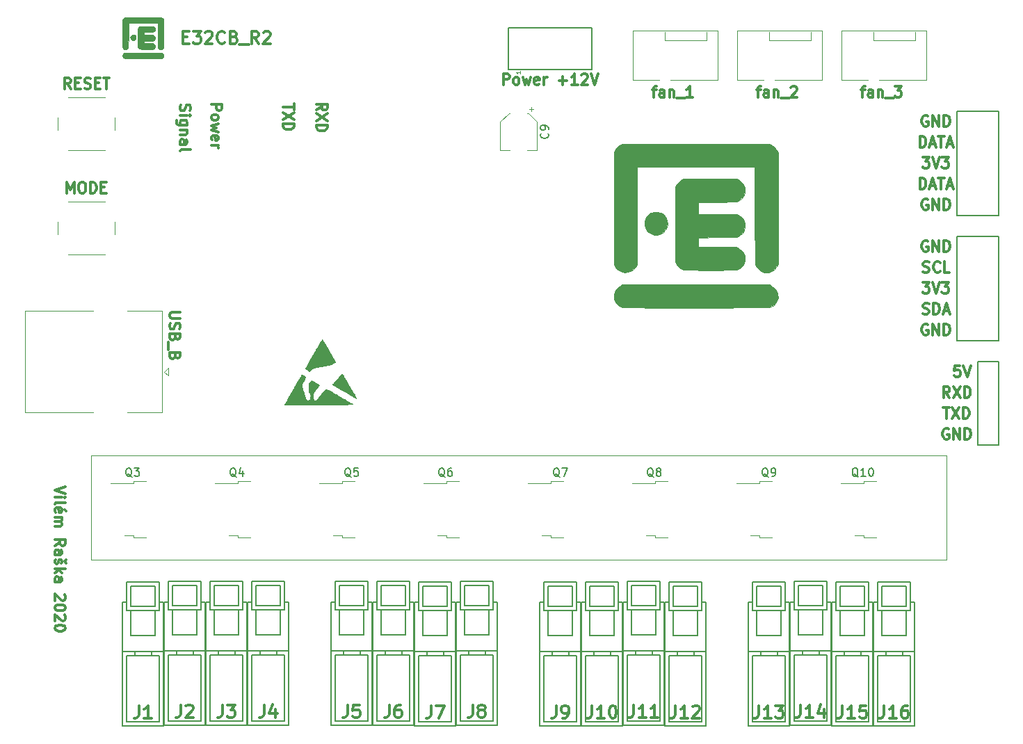
<source format=gbr>
G04 #@! TF.GenerationSoftware,KiCad,Pcbnew,5.1.5-52549c5~84~ubuntu18.04.1*
G04 #@! TF.CreationDate,2020-01-05T00:06:13+01:00*
G04 #@! TF.ProjectId,PCB,5043422e-6b69-4636-9164-5f7063625858,rev?*
G04 #@! TF.SameCoordinates,Original*
G04 #@! TF.FileFunction,Legend,Top*
G04 #@! TF.FilePolarity,Positive*
%FSLAX46Y46*%
G04 Gerber Fmt 4.6, Leading zero omitted, Abs format (unit mm)*
G04 Created by KiCad (PCBNEW 5.1.5-52549c5~84~ubuntu18.04.1) date 2020-01-05 00:06:13*
%MOMM*%
%LPD*%
G04 APERTURE LIST*
%ADD10C,0.300000*%
%ADD11C,0.120000*%
%ADD12C,0.010000*%
%ADD13C,0.150000*%
%ADD14C,0.050000*%
%ADD15C,0.304800*%
G04 APERTURE END LIST*
D10*
X92151904Y-105447619D02*
X90851904Y-105880952D01*
X92151904Y-106314285D01*
X90851904Y-106747619D02*
X91718571Y-106747619D01*
X92151904Y-106747619D02*
X92090000Y-106685714D01*
X92028095Y-106747619D01*
X92090000Y-106809523D01*
X92151904Y-106747619D01*
X92028095Y-106747619D01*
X90851904Y-107552380D02*
X90913809Y-107428571D01*
X91037619Y-107366666D01*
X92151904Y-107366666D01*
X90913809Y-108542857D02*
X90851904Y-108419047D01*
X90851904Y-108171428D01*
X90913809Y-108047619D01*
X91037619Y-107985714D01*
X91532857Y-107985714D01*
X91656666Y-108047619D01*
X91718571Y-108171428D01*
X91718571Y-108419047D01*
X91656666Y-108542857D01*
X91532857Y-108604761D01*
X91409047Y-108604761D01*
X91285238Y-107985714D01*
X92213809Y-108419047D02*
X92028095Y-108233333D01*
X90851904Y-109161904D02*
X91718571Y-109161904D01*
X91594761Y-109161904D02*
X91656666Y-109223809D01*
X91718571Y-109347619D01*
X91718571Y-109533333D01*
X91656666Y-109657142D01*
X91532857Y-109719047D01*
X90851904Y-109719047D01*
X91532857Y-109719047D02*
X91656666Y-109780952D01*
X91718571Y-109904761D01*
X91718571Y-110090476D01*
X91656666Y-110214285D01*
X91532857Y-110276190D01*
X90851904Y-110276190D01*
X90851904Y-112628571D02*
X91470952Y-112195238D01*
X90851904Y-111885714D02*
X92151904Y-111885714D01*
X92151904Y-112380952D01*
X92090000Y-112504761D01*
X92028095Y-112566666D01*
X91904285Y-112628571D01*
X91718571Y-112628571D01*
X91594761Y-112566666D01*
X91532857Y-112504761D01*
X91470952Y-112380952D01*
X91470952Y-111885714D01*
X90851904Y-113742857D02*
X91532857Y-113742857D01*
X91656666Y-113680952D01*
X91718571Y-113557142D01*
X91718571Y-113309523D01*
X91656666Y-113185714D01*
X90913809Y-113742857D02*
X90851904Y-113619047D01*
X90851904Y-113309523D01*
X90913809Y-113185714D01*
X91037619Y-113123809D01*
X91161428Y-113123809D01*
X91285238Y-113185714D01*
X91347142Y-113309523D01*
X91347142Y-113619047D01*
X91409047Y-113742857D01*
X90913809Y-114300000D02*
X90851904Y-114423809D01*
X90851904Y-114671428D01*
X90913809Y-114795238D01*
X91037619Y-114857142D01*
X91099523Y-114857142D01*
X91223333Y-114795238D01*
X91285238Y-114671428D01*
X91285238Y-114485714D01*
X91347142Y-114361904D01*
X91470952Y-114300000D01*
X91532857Y-114300000D01*
X91656666Y-114361904D01*
X91718571Y-114485714D01*
X91718571Y-114671428D01*
X91656666Y-114795238D01*
X92213809Y-114300000D02*
X92028095Y-114547619D01*
X92213809Y-114795238D01*
X90851904Y-115414285D02*
X92151904Y-115414285D01*
X91347142Y-115538095D02*
X90851904Y-115909523D01*
X91718571Y-115909523D02*
X91223333Y-115414285D01*
X90851904Y-117023809D02*
X91532857Y-117023809D01*
X91656666Y-116961904D01*
X91718571Y-116838095D01*
X91718571Y-116590476D01*
X91656666Y-116466666D01*
X90913809Y-117023809D02*
X90851904Y-116900000D01*
X90851904Y-116590476D01*
X90913809Y-116466666D01*
X91037619Y-116404761D01*
X91161428Y-116404761D01*
X91285238Y-116466666D01*
X91347142Y-116590476D01*
X91347142Y-116900000D01*
X91409047Y-117023809D01*
X92028095Y-118571428D02*
X92090000Y-118633333D01*
X92151904Y-118757142D01*
X92151904Y-119066666D01*
X92090000Y-119190476D01*
X92028095Y-119252380D01*
X91904285Y-119314285D01*
X91780476Y-119314285D01*
X91594761Y-119252380D01*
X90851904Y-118509523D01*
X90851904Y-119314285D01*
X92151904Y-120119047D02*
X92151904Y-120242857D01*
X92090000Y-120366666D01*
X92028095Y-120428571D01*
X91904285Y-120490476D01*
X91656666Y-120552380D01*
X91347142Y-120552380D01*
X91099523Y-120490476D01*
X90975714Y-120428571D01*
X90913809Y-120366666D01*
X90851904Y-120242857D01*
X90851904Y-120119047D01*
X90913809Y-119995238D01*
X90975714Y-119933333D01*
X91099523Y-119871428D01*
X91347142Y-119809523D01*
X91656666Y-119809523D01*
X91904285Y-119871428D01*
X92028095Y-119933333D01*
X92090000Y-119995238D01*
X92151904Y-120119047D01*
X92028095Y-121047619D02*
X92090000Y-121109523D01*
X92151904Y-121233333D01*
X92151904Y-121542857D01*
X92090000Y-121666666D01*
X92028095Y-121728571D01*
X91904285Y-121790476D01*
X91780476Y-121790476D01*
X91594761Y-121728571D01*
X90851904Y-120985714D01*
X90851904Y-121790476D01*
X92151904Y-122595238D02*
X92151904Y-122719047D01*
X92090000Y-122842857D01*
X92028095Y-122904761D01*
X91904285Y-122966666D01*
X91656666Y-123028571D01*
X91347142Y-123028571D01*
X91099523Y-122966666D01*
X90975714Y-122904761D01*
X90913809Y-122842857D01*
X90851904Y-122719047D01*
X90851904Y-122595238D01*
X90913809Y-122471428D01*
X90975714Y-122409523D01*
X91099523Y-122347619D01*
X91347142Y-122285714D01*
X91656666Y-122285714D01*
X91904285Y-122347619D01*
X92028095Y-122409523D01*
X92090000Y-122471428D01*
X92151904Y-122595238D01*
D11*
X95250000Y-114300000D02*
X95250000Y-101600000D01*
X199390000Y-114300000D02*
X95250000Y-114300000D01*
X199390000Y-101600000D02*
X199390000Y-114300000D01*
X95250000Y-101600000D02*
X199390000Y-101600000D01*
D10*
X106474285Y-50692857D02*
X106974285Y-50692857D01*
X107188571Y-51478571D02*
X106474285Y-51478571D01*
X106474285Y-49978571D01*
X107188571Y-49978571D01*
X107688571Y-49978571D02*
X108617142Y-49978571D01*
X108117142Y-50550000D01*
X108331428Y-50550000D01*
X108474285Y-50621428D01*
X108545714Y-50692857D01*
X108617142Y-50835714D01*
X108617142Y-51192857D01*
X108545714Y-51335714D01*
X108474285Y-51407142D01*
X108331428Y-51478571D01*
X107902857Y-51478571D01*
X107760000Y-51407142D01*
X107688571Y-51335714D01*
X109188571Y-50121428D02*
X109260000Y-50050000D01*
X109402857Y-49978571D01*
X109760000Y-49978571D01*
X109902857Y-50050000D01*
X109974285Y-50121428D01*
X110045714Y-50264285D01*
X110045714Y-50407142D01*
X109974285Y-50621428D01*
X109117142Y-51478571D01*
X110045714Y-51478571D01*
X111545714Y-51335714D02*
X111474285Y-51407142D01*
X111260000Y-51478571D01*
X111117142Y-51478571D01*
X110902857Y-51407142D01*
X110760000Y-51264285D01*
X110688571Y-51121428D01*
X110617142Y-50835714D01*
X110617142Y-50621428D01*
X110688571Y-50335714D01*
X110760000Y-50192857D01*
X110902857Y-50050000D01*
X111117142Y-49978571D01*
X111260000Y-49978571D01*
X111474285Y-50050000D01*
X111545714Y-50121428D01*
X112688571Y-50692857D02*
X112902857Y-50764285D01*
X112974285Y-50835714D01*
X113045714Y-50978571D01*
X113045714Y-51192857D01*
X112974285Y-51335714D01*
X112902857Y-51407142D01*
X112760000Y-51478571D01*
X112188571Y-51478571D01*
X112188571Y-49978571D01*
X112688571Y-49978571D01*
X112831428Y-50050000D01*
X112902857Y-50121428D01*
X112974285Y-50264285D01*
X112974285Y-50407142D01*
X112902857Y-50550000D01*
X112831428Y-50621428D01*
X112688571Y-50692857D01*
X112188571Y-50692857D01*
X113331428Y-51621428D02*
X114474285Y-51621428D01*
X115688571Y-51478571D02*
X115188571Y-50764285D01*
X114831428Y-51478571D02*
X114831428Y-49978571D01*
X115402857Y-49978571D01*
X115545714Y-50050000D01*
X115617142Y-50121428D01*
X115688571Y-50264285D01*
X115688571Y-50478571D01*
X115617142Y-50621428D01*
X115545714Y-50692857D01*
X115402857Y-50764285D01*
X114831428Y-50764285D01*
X116260000Y-50121428D02*
X116331428Y-50050000D01*
X116474285Y-49978571D01*
X116831428Y-49978571D01*
X116974285Y-50050000D01*
X117045714Y-50121428D01*
X117117142Y-50264285D01*
X117117142Y-50407142D01*
X117045714Y-50621428D01*
X116188571Y-51478571D01*
X117117142Y-51478571D01*
X145465714Y-56468095D02*
X145465714Y-55168095D01*
X145960952Y-55168095D01*
X146084761Y-55230000D01*
X146146666Y-55291904D01*
X146208571Y-55415714D01*
X146208571Y-55601428D01*
X146146666Y-55725238D01*
X146084761Y-55787142D01*
X145960952Y-55849047D01*
X145465714Y-55849047D01*
X146951428Y-56468095D02*
X146827619Y-56406190D01*
X146765714Y-56344285D01*
X146703809Y-56220476D01*
X146703809Y-55849047D01*
X146765714Y-55725238D01*
X146827619Y-55663333D01*
X146951428Y-55601428D01*
X147137142Y-55601428D01*
X147260952Y-55663333D01*
X147322857Y-55725238D01*
X147384761Y-55849047D01*
X147384761Y-56220476D01*
X147322857Y-56344285D01*
X147260952Y-56406190D01*
X147137142Y-56468095D01*
X146951428Y-56468095D01*
X147818095Y-55601428D02*
X148065714Y-56468095D01*
X148313333Y-55849047D01*
X148560952Y-56468095D01*
X148808571Y-55601428D01*
X149799047Y-56406190D02*
X149675238Y-56468095D01*
X149427619Y-56468095D01*
X149303809Y-56406190D01*
X149241904Y-56282380D01*
X149241904Y-55787142D01*
X149303809Y-55663333D01*
X149427619Y-55601428D01*
X149675238Y-55601428D01*
X149799047Y-55663333D01*
X149860952Y-55787142D01*
X149860952Y-55910952D01*
X149241904Y-56034761D01*
X150418095Y-56468095D02*
X150418095Y-55601428D01*
X150418095Y-55849047D02*
X150480000Y-55725238D01*
X150541904Y-55663333D01*
X150665714Y-55601428D01*
X150789523Y-55601428D01*
X152213333Y-55972857D02*
X153203809Y-55972857D01*
X152708571Y-56468095D02*
X152708571Y-55477619D01*
X154503809Y-56468095D02*
X153760952Y-56468095D01*
X154132380Y-56468095D02*
X154132380Y-55168095D01*
X154008571Y-55353809D01*
X153884761Y-55477619D01*
X153760952Y-55539523D01*
X154999047Y-55291904D02*
X155060952Y-55230000D01*
X155184761Y-55168095D01*
X155494285Y-55168095D01*
X155618095Y-55230000D01*
X155680000Y-55291904D01*
X155741904Y-55415714D01*
X155741904Y-55539523D01*
X155680000Y-55725238D01*
X154937142Y-56468095D01*
X155741904Y-56468095D01*
X156113333Y-55168095D02*
X156546666Y-56468095D01*
X156980000Y-55168095D01*
X196541428Y-84346190D02*
X196727142Y-84408095D01*
X197036666Y-84408095D01*
X197160476Y-84346190D01*
X197222380Y-84284285D01*
X197284285Y-84160476D01*
X197284285Y-84036666D01*
X197222380Y-83912857D01*
X197160476Y-83850952D01*
X197036666Y-83789047D01*
X196789047Y-83727142D01*
X196665238Y-83665238D01*
X196603333Y-83603333D01*
X196541428Y-83479523D01*
X196541428Y-83355714D01*
X196603333Y-83231904D01*
X196665238Y-83170000D01*
X196789047Y-83108095D01*
X197098571Y-83108095D01*
X197284285Y-83170000D01*
X197841428Y-84408095D02*
X197841428Y-83108095D01*
X198150952Y-83108095D01*
X198336666Y-83170000D01*
X198460476Y-83293809D01*
X198522380Y-83417619D01*
X198584285Y-83665238D01*
X198584285Y-83850952D01*
X198522380Y-84098571D01*
X198460476Y-84222380D01*
X198336666Y-84346190D01*
X198150952Y-84408095D01*
X197841428Y-84408095D01*
X199079523Y-84036666D02*
X199698571Y-84036666D01*
X198955714Y-84408095D02*
X199389047Y-83108095D01*
X199822380Y-84408095D01*
X196572380Y-79266190D02*
X196758095Y-79328095D01*
X197067619Y-79328095D01*
X197191428Y-79266190D01*
X197253333Y-79204285D01*
X197315238Y-79080476D01*
X197315238Y-78956666D01*
X197253333Y-78832857D01*
X197191428Y-78770952D01*
X197067619Y-78709047D01*
X196820000Y-78647142D01*
X196696190Y-78585238D01*
X196634285Y-78523333D01*
X196572380Y-78399523D01*
X196572380Y-78275714D01*
X196634285Y-78151904D01*
X196696190Y-78090000D01*
X196820000Y-78028095D01*
X197129523Y-78028095D01*
X197315238Y-78090000D01*
X198615238Y-79204285D02*
X198553333Y-79266190D01*
X198367619Y-79328095D01*
X198243809Y-79328095D01*
X198058095Y-79266190D01*
X197934285Y-79142380D01*
X197872380Y-79018571D01*
X197810476Y-78770952D01*
X197810476Y-78585238D01*
X197872380Y-78337619D01*
X197934285Y-78213809D01*
X198058095Y-78090000D01*
X198243809Y-78028095D01*
X198367619Y-78028095D01*
X198553333Y-78090000D01*
X198615238Y-78151904D01*
X199791428Y-79328095D02*
X199172380Y-79328095D01*
X199172380Y-78028095D01*
X199019523Y-95808095D02*
X199762380Y-95808095D01*
X199390952Y-97108095D02*
X199390952Y-95808095D01*
X200071904Y-95808095D02*
X200938571Y-97108095D01*
X200938571Y-95808095D02*
X200071904Y-97108095D01*
X201433809Y-97108095D02*
X201433809Y-95808095D01*
X201743333Y-95808095D01*
X201929047Y-95870000D01*
X202052857Y-95993809D01*
X202114761Y-96117619D01*
X202176666Y-96365238D01*
X202176666Y-96550952D01*
X202114761Y-96798571D01*
X202052857Y-96922380D01*
X201929047Y-97046190D01*
X201743333Y-97108095D01*
X201433809Y-97108095D01*
X199793333Y-94568095D02*
X199360000Y-93949047D01*
X199050476Y-94568095D02*
X199050476Y-93268095D01*
X199545714Y-93268095D01*
X199669523Y-93330000D01*
X199731428Y-93391904D01*
X199793333Y-93515714D01*
X199793333Y-93701428D01*
X199731428Y-93825238D01*
X199669523Y-93887142D01*
X199545714Y-93949047D01*
X199050476Y-93949047D01*
X200226666Y-93268095D02*
X201093333Y-94568095D01*
X201093333Y-93268095D02*
X200226666Y-94568095D01*
X201588571Y-94568095D02*
X201588571Y-93268095D01*
X201898095Y-93268095D01*
X202083809Y-93330000D01*
X202207619Y-93453809D01*
X202269523Y-93577619D01*
X202331428Y-93825238D01*
X202331428Y-94010952D01*
X202269523Y-94258571D01*
X202207619Y-94382380D01*
X202083809Y-94506190D01*
X201898095Y-94568095D01*
X201588571Y-94568095D01*
X201047380Y-90728095D02*
X200428333Y-90728095D01*
X200366428Y-91347142D01*
X200428333Y-91285238D01*
X200552142Y-91223333D01*
X200861666Y-91223333D01*
X200985476Y-91285238D01*
X201047380Y-91347142D01*
X201109285Y-91470952D01*
X201109285Y-91780476D01*
X201047380Y-91904285D01*
X200985476Y-91966190D01*
X200861666Y-92028095D01*
X200552142Y-92028095D01*
X200428333Y-91966190D01*
X200366428Y-91904285D01*
X201480714Y-90728095D02*
X201914047Y-92028095D01*
X202347380Y-90728095D01*
X196510476Y-80568095D02*
X197315238Y-80568095D01*
X196881904Y-81063333D01*
X197067619Y-81063333D01*
X197191428Y-81125238D01*
X197253333Y-81187142D01*
X197315238Y-81310952D01*
X197315238Y-81620476D01*
X197253333Y-81744285D01*
X197191428Y-81806190D01*
X197067619Y-81868095D01*
X196696190Y-81868095D01*
X196572380Y-81806190D01*
X196510476Y-81744285D01*
X197686666Y-80568095D02*
X198120000Y-81868095D01*
X198553333Y-80568095D01*
X198862857Y-80568095D02*
X199667619Y-80568095D01*
X199234285Y-81063333D01*
X199420000Y-81063333D01*
X199543809Y-81125238D01*
X199605714Y-81187142D01*
X199667619Y-81310952D01*
X199667619Y-81620476D01*
X199605714Y-81744285D01*
X199543809Y-81806190D01*
X199420000Y-81868095D01*
X199048571Y-81868095D01*
X198924761Y-81806190D01*
X198862857Y-81744285D01*
X199669523Y-98410000D02*
X199545714Y-98348095D01*
X199360000Y-98348095D01*
X199174285Y-98410000D01*
X199050476Y-98533809D01*
X198988571Y-98657619D01*
X198926666Y-98905238D01*
X198926666Y-99090952D01*
X198988571Y-99338571D01*
X199050476Y-99462380D01*
X199174285Y-99586190D01*
X199360000Y-99648095D01*
X199483809Y-99648095D01*
X199669523Y-99586190D01*
X199731428Y-99524285D01*
X199731428Y-99090952D01*
X199483809Y-99090952D01*
X200288571Y-99648095D02*
X200288571Y-98348095D01*
X201031428Y-99648095D01*
X201031428Y-98348095D01*
X201650476Y-99648095D02*
X201650476Y-98348095D01*
X201960000Y-98348095D01*
X202145714Y-98410000D01*
X202269523Y-98533809D01*
X202331428Y-98657619D01*
X202393333Y-98905238D01*
X202393333Y-99090952D01*
X202331428Y-99338571D01*
X202269523Y-99462380D01*
X202145714Y-99586190D01*
X201960000Y-99648095D01*
X201650476Y-99648095D01*
X197129523Y-85710000D02*
X197005714Y-85648095D01*
X196820000Y-85648095D01*
X196634285Y-85710000D01*
X196510476Y-85833809D01*
X196448571Y-85957619D01*
X196386666Y-86205238D01*
X196386666Y-86390952D01*
X196448571Y-86638571D01*
X196510476Y-86762380D01*
X196634285Y-86886190D01*
X196820000Y-86948095D01*
X196943809Y-86948095D01*
X197129523Y-86886190D01*
X197191428Y-86824285D01*
X197191428Y-86390952D01*
X196943809Y-86390952D01*
X197748571Y-86948095D02*
X197748571Y-85648095D01*
X198491428Y-86948095D01*
X198491428Y-85648095D01*
X199110476Y-86948095D02*
X199110476Y-85648095D01*
X199420000Y-85648095D01*
X199605714Y-85710000D01*
X199729523Y-85833809D01*
X199791428Y-85957619D01*
X199853333Y-86205238D01*
X199853333Y-86390952D01*
X199791428Y-86638571D01*
X199729523Y-86762380D01*
X199605714Y-86886190D01*
X199420000Y-86948095D01*
X199110476Y-86948095D01*
X197129523Y-75550000D02*
X197005714Y-75488095D01*
X196820000Y-75488095D01*
X196634285Y-75550000D01*
X196510476Y-75673809D01*
X196448571Y-75797619D01*
X196386666Y-76045238D01*
X196386666Y-76230952D01*
X196448571Y-76478571D01*
X196510476Y-76602380D01*
X196634285Y-76726190D01*
X196820000Y-76788095D01*
X196943809Y-76788095D01*
X197129523Y-76726190D01*
X197191428Y-76664285D01*
X197191428Y-76230952D01*
X196943809Y-76230952D01*
X197748571Y-76788095D02*
X197748571Y-75488095D01*
X198491428Y-76788095D01*
X198491428Y-75488095D01*
X199110476Y-76788095D02*
X199110476Y-75488095D01*
X199420000Y-75488095D01*
X199605714Y-75550000D01*
X199729523Y-75673809D01*
X199791428Y-75797619D01*
X199853333Y-76045238D01*
X199853333Y-76230952D01*
X199791428Y-76478571D01*
X199729523Y-76602380D01*
X199605714Y-76726190D01*
X199420000Y-76788095D01*
X199110476Y-76788095D01*
X197129523Y-70470000D02*
X197005714Y-70408095D01*
X196820000Y-70408095D01*
X196634285Y-70470000D01*
X196510476Y-70593809D01*
X196448571Y-70717619D01*
X196386666Y-70965238D01*
X196386666Y-71150952D01*
X196448571Y-71398571D01*
X196510476Y-71522380D01*
X196634285Y-71646190D01*
X196820000Y-71708095D01*
X196943809Y-71708095D01*
X197129523Y-71646190D01*
X197191428Y-71584285D01*
X197191428Y-71150952D01*
X196943809Y-71150952D01*
X197748571Y-71708095D02*
X197748571Y-70408095D01*
X198491428Y-71708095D01*
X198491428Y-70408095D01*
X199110476Y-71708095D02*
X199110476Y-70408095D01*
X199420000Y-70408095D01*
X199605714Y-70470000D01*
X199729523Y-70593809D01*
X199791428Y-70717619D01*
X199853333Y-70965238D01*
X199853333Y-71150952D01*
X199791428Y-71398571D01*
X199729523Y-71522380D01*
X199605714Y-71646190D01*
X199420000Y-71708095D01*
X199110476Y-71708095D01*
X197129523Y-60310000D02*
X197005714Y-60248095D01*
X196820000Y-60248095D01*
X196634285Y-60310000D01*
X196510476Y-60433809D01*
X196448571Y-60557619D01*
X196386666Y-60805238D01*
X196386666Y-60990952D01*
X196448571Y-61238571D01*
X196510476Y-61362380D01*
X196634285Y-61486190D01*
X196820000Y-61548095D01*
X196943809Y-61548095D01*
X197129523Y-61486190D01*
X197191428Y-61424285D01*
X197191428Y-60990952D01*
X196943809Y-60990952D01*
X197748571Y-61548095D02*
X197748571Y-60248095D01*
X198491428Y-61548095D01*
X198491428Y-60248095D01*
X199110476Y-61548095D02*
X199110476Y-60248095D01*
X199420000Y-60248095D01*
X199605714Y-60310000D01*
X199729523Y-60433809D01*
X199791428Y-60557619D01*
X199853333Y-60805238D01*
X199853333Y-60990952D01*
X199791428Y-61238571D01*
X199729523Y-61362380D01*
X199605714Y-61486190D01*
X199420000Y-61548095D01*
X199110476Y-61548095D01*
X196170000Y-69168095D02*
X196170000Y-67868095D01*
X196479523Y-67868095D01*
X196665238Y-67930000D01*
X196789047Y-68053809D01*
X196850952Y-68177619D01*
X196912857Y-68425238D01*
X196912857Y-68610952D01*
X196850952Y-68858571D01*
X196789047Y-68982380D01*
X196665238Y-69106190D01*
X196479523Y-69168095D01*
X196170000Y-69168095D01*
X197408095Y-68796666D02*
X198027142Y-68796666D01*
X197284285Y-69168095D02*
X197717619Y-67868095D01*
X198150952Y-69168095D01*
X198398571Y-67868095D02*
X199141428Y-67868095D01*
X198770000Y-69168095D02*
X198770000Y-67868095D01*
X199512857Y-68796666D02*
X200131904Y-68796666D01*
X199389047Y-69168095D02*
X199822380Y-67868095D01*
X200255714Y-69168095D01*
X196170000Y-64088095D02*
X196170000Y-62788095D01*
X196479523Y-62788095D01*
X196665238Y-62850000D01*
X196789047Y-62973809D01*
X196850952Y-63097619D01*
X196912857Y-63345238D01*
X196912857Y-63530952D01*
X196850952Y-63778571D01*
X196789047Y-63902380D01*
X196665238Y-64026190D01*
X196479523Y-64088095D01*
X196170000Y-64088095D01*
X197408095Y-63716666D02*
X198027142Y-63716666D01*
X197284285Y-64088095D02*
X197717619Y-62788095D01*
X198150952Y-64088095D01*
X198398571Y-62788095D02*
X199141428Y-62788095D01*
X198770000Y-64088095D02*
X198770000Y-62788095D01*
X199512857Y-63716666D02*
X200131904Y-63716666D01*
X199389047Y-64088095D02*
X199822380Y-62788095D01*
X200255714Y-64088095D01*
X196510476Y-65328095D02*
X197315238Y-65328095D01*
X196881904Y-65823333D01*
X197067619Y-65823333D01*
X197191428Y-65885238D01*
X197253333Y-65947142D01*
X197315238Y-66070952D01*
X197315238Y-66380476D01*
X197253333Y-66504285D01*
X197191428Y-66566190D01*
X197067619Y-66628095D01*
X196696190Y-66628095D01*
X196572380Y-66566190D01*
X196510476Y-66504285D01*
X197686666Y-65328095D02*
X198120000Y-66628095D01*
X198553333Y-65328095D01*
X198862857Y-65328095D02*
X199667619Y-65328095D01*
X199234285Y-65823333D01*
X199420000Y-65823333D01*
X199543809Y-65885238D01*
X199605714Y-65947142D01*
X199667619Y-66070952D01*
X199667619Y-66380476D01*
X199605714Y-66504285D01*
X199543809Y-66566190D01*
X199420000Y-66628095D01*
X199048571Y-66628095D01*
X198924761Y-66566190D01*
X198862857Y-66504285D01*
D12*
G36*
X123410878Y-87516166D02*
G01*
X123441876Y-87566538D01*
X123489634Y-87646341D01*
X123552194Y-87752180D01*
X123627597Y-87880659D01*
X123713885Y-88028384D01*
X123809101Y-88191958D01*
X123911285Y-88367987D01*
X124018481Y-88553075D01*
X124128729Y-88743827D01*
X124240071Y-88936847D01*
X124350550Y-89128741D01*
X124458207Y-89316111D01*
X124561084Y-89495565D01*
X124657223Y-89663705D01*
X124744665Y-89817137D01*
X124821453Y-89952465D01*
X124885628Y-90066294D01*
X124935233Y-90155229D01*
X124968309Y-90215874D01*
X124982897Y-90244833D01*
X124983431Y-90246644D01*
X124965321Y-90271217D01*
X124914980Y-90308807D01*
X124838395Y-90355722D01*
X124741552Y-90408274D01*
X124640167Y-90458213D01*
X124502215Y-90518769D01*
X124357142Y-90573179D01*
X124199950Y-90622651D01*
X124025643Y-90668395D01*
X123829222Y-90711620D01*
X123605689Y-90753534D01*
X123350048Y-90795347D01*
X123085606Y-90834284D01*
X122855852Y-90868828D01*
X122662917Y-90903026D01*
X122501964Y-90938577D01*
X122368155Y-90977182D01*
X122256650Y-91020539D01*
X122162614Y-91070348D01*
X122081206Y-91128309D01*
X122007590Y-91196120D01*
X121983851Y-91221312D01*
X121932397Y-91279958D01*
X121894334Y-91327815D01*
X121876677Y-91355958D01*
X121876206Y-91358265D01*
X121870028Y-91372416D01*
X121848590Y-91372575D01*
X121807533Y-91356861D01*
X121742501Y-91323391D01*
X121649137Y-91270281D01*
X121584252Y-91232088D01*
X121487501Y-91172385D01*
X121412312Y-91121263D01*
X121363739Y-91082399D01*
X121346835Y-91059472D01*
X121346845Y-91059305D01*
X121357328Y-91037456D01*
X121386931Y-90982739D01*
X121433938Y-90898136D01*
X121496629Y-90786629D01*
X121573286Y-90651201D01*
X121662191Y-90494833D01*
X121761626Y-90320507D01*
X121869872Y-90131206D01*
X121985211Y-89929911D01*
X122105924Y-89719605D01*
X122230294Y-89503271D01*
X122356601Y-89283889D01*
X122483127Y-89064442D01*
X122608155Y-88847912D01*
X122729965Y-88637281D01*
X122846839Y-88435532D01*
X122957060Y-88245647D01*
X123058908Y-88070606D01*
X123150665Y-87913394D01*
X123230613Y-87776991D01*
X123297034Y-87664380D01*
X123348209Y-87578543D01*
X123382420Y-87522462D01*
X123397948Y-87499119D01*
X123398598Y-87498621D01*
X123410878Y-87516166D01*
G37*
X123410878Y-87516166D02*
X123441876Y-87566538D01*
X123489634Y-87646341D01*
X123552194Y-87752180D01*
X123627597Y-87880659D01*
X123713885Y-88028384D01*
X123809101Y-88191958D01*
X123911285Y-88367987D01*
X124018481Y-88553075D01*
X124128729Y-88743827D01*
X124240071Y-88936847D01*
X124350550Y-89128741D01*
X124458207Y-89316111D01*
X124561084Y-89495565D01*
X124657223Y-89663705D01*
X124744665Y-89817137D01*
X124821453Y-89952465D01*
X124885628Y-90066294D01*
X124935233Y-90155229D01*
X124968309Y-90215874D01*
X124982897Y-90244833D01*
X124983431Y-90246644D01*
X124965321Y-90271217D01*
X124914980Y-90308807D01*
X124838395Y-90355722D01*
X124741552Y-90408274D01*
X124640167Y-90458213D01*
X124502215Y-90518769D01*
X124357142Y-90573179D01*
X124199950Y-90622651D01*
X124025643Y-90668395D01*
X123829222Y-90711620D01*
X123605689Y-90753534D01*
X123350048Y-90795347D01*
X123085606Y-90834284D01*
X122855852Y-90868828D01*
X122662917Y-90903026D01*
X122501964Y-90938577D01*
X122368155Y-90977182D01*
X122256650Y-91020539D01*
X122162614Y-91070348D01*
X122081206Y-91128309D01*
X122007590Y-91196120D01*
X121983851Y-91221312D01*
X121932397Y-91279958D01*
X121894334Y-91327815D01*
X121876677Y-91355958D01*
X121876206Y-91358265D01*
X121870028Y-91372416D01*
X121848590Y-91372575D01*
X121807533Y-91356861D01*
X121742501Y-91323391D01*
X121649137Y-91270281D01*
X121584252Y-91232088D01*
X121487501Y-91172385D01*
X121412312Y-91121263D01*
X121363739Y-91082399D01*
X121346835Y-91059472D01*
X121346845Y-91059305D01*
X121357328Y-91037456D01*
X121386931Y-90982739D01*
X121433938Y-90898136D01*
X121496629Y-90786629D01*
X121573286Y-90651201D01*
X121662191Y-90494833D01*
X121761626Y-90320507D01*
X121869872Y-90131206D01*
X121985211Y-89929911D01*
X122105924Y-89719605D01*
X122230294Y-89503271D01*
X122356601Y-89283889D01*
X122483127Y-89064442D01*
X122608155Y-88847912D01*
X122729965Y-88637281D01*
X122846839Y-88435532D01*
X122957060Y-88245647D01*
X123058908Y-88070606D01*
X123150665Y-87913394D01*
X123230613Y-87776991D01*
X123297034Y-87664380D01*
X123348209Y-87578543D01*
X123382420Y-87522462D01*
X123397948Y-87499119D01*
X123398598Y-87498621D01*
X123410878Y-87516166D01*
G36*
X125866146Y-91755908D02*
G01*
X125881469Y-91781590D01*
X125915911Y-91840469D01*
X125967769Y-91929602D01*
X126035340Y-92046049D01*
X126116921Y-92186867D01*
X126210809Y-92349114D01*
X126315299Y-92529849D01*
X126428690Y-92726130D01*
X126549278Y-92935016D01*
X126673313Y-93150017D01*
X126799987Y-93369649D01*
X126921608Y-93580495D01*
X127036412Y-93779499D01*
X127142638Y-93963607D01*
X127238523Y-94129765D01*
X127322302Y-94274917D01*
X127392214Y-94396009D01*
X127446496Y-94489988D01*
X127483385Y-94553797D01*
X127500731Y-94583719D01*
X127529007Y-94634271D01*
X127544382Y-94665914D01*
X127545224Y-94671420D01*
X127526488Y-94661082D01*
X127474386Y-94631407D01*
X127391640Y-94583968D01*
X127280975Y-94520333D01*
X127145114Y-94442074D01*
X126986781Y-94350759D01*
X126808698Y-94247960D01*
X126613590Y-94135247D01*
X126404180Y-94014189D01*
X126183191Y-93886357D01*
X126099113Y-93837702D01*
X125874170Y-93707567D01*
X125659524Y-93583497D01*
X125457932Y-93467077D01*
X125272148Y-93359893D01*
X125104928Y-93263531D01*
X124959027Y-93179578D01*
X124837201Y-93109620D01*
X124742204Y-93055243D01*
X124676792Y-93018034D01*
X124643720Y-92999578D01*
X124640262Y-92997830D01*
X124650339Y-92982005D01*
X124685407Y-92939692D01*
X124741885Y-92874790D01*
X124816193Y-92791196D01*
X124904752Y-92692809D01*
X125003980Y-92583525D01*
X125110298Y-92467244D01*
X125220125Y-92347862D01*
X125329882Y-92229277D01*
X125435988Y-92115388D01*
X125534862Y-92010092D01*
X125622926Y-91917287D01*
X125696599Y-91840870D01*
X125752300Y-91784740D01*
X125771403Y-91766335D01*
X125834708Y-91706872D01*
X125866146Y-91755908D01*
G37*
X125866146Y-91755908D02*
X125881469Y-91781590D01*
X125915911Y-91840469D01*
X125967769Y-91929602D01*
X126035340Y-92046049D01*
X126116921Y-92186867D01*
X126210809Y-92349114D01*
X126315299Y-92529849D01*
X126428690Y-92726130D01*
X126549278Y-92935016D01*
X126673313Y-93150017D01*
X126799987Y-93369649D01*
X126921608Y-93580495D01*
X127036412Y-93779499D01*
X127142638Y-93963607D01*
X127238523Y-94129765D01*
X127322302Y-94274917D01*
X127392214Y-94396009D01*
X127446496Y-94489988D01*
X127483385Y-94553797D01*
X127500731Y-94583719D01*
X127529007Y-94634271D01*
X127544382Y-94665914D01*
X127545224Y-94671420D01*
X127526488Y-94661082D01*
X127474386Y-94631407D01*
X127391640Y-94583968D01*
X127280975Y-94520333D01*
X127145114Y-94442074D01*
X126986781Y-94350759D01*
X126808698Y-94247960D01*
X126613590Y-94135247D01*
X126404180Y-94014189D01*
X126183191Y-93886357D01*
X126099113Y-93837702D01*
X125874170Y-93707567D01*
X125659524Y-93583497D01*
X125457932Y-93467077D01*
X125272148Y-93359893D01*
X125104928Y-93263531D01*
X124959027Y-93179578D01*
X124837201Y-93109620D01*
X124742204Y-93055243D01*
X124676792Y-93018034D01*
X124643720Y-92999578D01*
X124640262Y-92997830D01*
X124650339Y-92982005D01*
X124685407Y-92939692D01*
X124741885Y-92874790D01*
X124816193Y-92791196D01*
X124904752Y-92692809D01*
X125003980Y-92583525D01*
X125110298Y-92467244D01*
X125220125Y-92347862D01*
X125329882Y-92229277D01*
X125435988Y-92115388D01*
X125534862Y-92010092D01*
X125622926Y-91917287D01*
X125696599Y-91840870D01*
X125752300Y-91784740D01*
X125771403Y-91766335D01*
X125834708Y-91706872D01*
X125866146Y-91755908D01*
G36*
X120930749Y-91832036D02*
G01*
X120974544Y-91848972D01*
X121041293Y-91882601D01*
X121137137Y-91935334D01*
X121144599Y-91939525D01*
X121232871Y-91990001D01*
X121307363Y-92034223D01*
X121360760Y-92067731D01*
X121385746Y-92086064D01*
X121386445Y-92086962D01*
X121380409Y-92112414D01*
X121352723Y-92169255D01*
X121305188Y-92254389D01*
X121239611Y-92364717D01*
X121157797Y-92497144D01*
X121061548Y-92648571D01*
X121037594Y-92685707D01*
X120975183Y-92788757D01*
X120929737Y-92877432D01*
X120905246Y-92943714D01*
X120902733Y-92956807D01*
X120903848Y-93014443D01*
X120916343Y-93105865D01*
X120938660Y-93225208D01*
X120969240Y-93366609D01*
X121006528Y-93524203D01*
X121048965Y-93692126D01*
X121094994Y-93864514D01*
X121143057Y-94035501D01*
X121191597Y-94199224D01*
X121239057Y-94349818D01*
X121283878Y-94481420D01*
X121324503Y-94588163D01*
X121352823Y-94651494D01*
X121386183Y-94718957D01*
X121417682Y-94783511D01*
X121419387Y-94787045D01*
X121471498Y-94852250D01*
X121547554Y-94896156D01*
X121636092Y-94917197D01*
X121725648Y-94913807D01*
X121804758Y-94884423D01*
X121849264Y-94845736D01*
X121913356Y-94739636D01*
X121960322Y-94607405D01*
X121986090Y-94462527D01*
X121989741Y-94380394D01*
X121975039Y-94227105D01*
X121931890Y-94100166D01*
X121857972Y-93993418D01*
X121834921Y-93969657D01*
X121766325Y-93903009D01*
X121761614Y-93431916D01*
X121756903Y-92960822D01*
X121876946Y-92779106D01*
X121933277Y-92696856D01*
X121987528Y-92622865D01*
X122031959Y-92567448D01*
X122051056Y-92547056D01*
X122105124Y-92496723D01*
X122178350Y-92536158D01*
X122224633Y-92564415D01*
X122249957Y-92586354D01*
X122251576Y-92590299D01*
X122268884Y-92607023D01*
X122298497Y-92619476D01*
X122327114Y-92630700D01*
X122370934Y-92652024D01*
X122433718Y-92685529D01*
X122519228Y-92733296D01*
X122631226Y-92797407D01*
X122773473Y-92879944D01*
X122850773Y-92925065D01*
X122941702Y-92979111D01*
X123001339Y-93017604D01*
X123034961Y-93045044D01*
X123047844Y-93065934D01*
X123045265Y-93084775D01*
X123043115Y-93089152D01*
X123022197Y-93116714D01*
X122977440Y-93168416D01*
X122914057Y-93238475D01*
X122837262Y-93321107D01*
X122770844Y-93391156D01*
X122617790Y-93557414D01*
X122498056Y-93701519D01*
X122410573Y-93824921D01*
X122354274Y-93929068D01*
X122335284Y-93981954D01*
X122327440Y-94028250D01*
X122319338Y-94107221D01*
X122311691Y-94209846D01*
X122305212Y-94327103D01*
X122302163Y-94401248D01*
X122297908Y-94529427D01*
X122296036Y-94623138D01*
X122297099Y-94689583D01*
X122301646Y-94735961D01*
X122310227Y-94769474D01*
X122323394Y-94797321D01*
X122333735Y-94814324D01*
X122393456Y-94879862D01*
X122470411Y-94925532D01*
X122551380Y-94945450D01*
X122612058Y-94938244D01*
X122666999Y-94907066D01*
X122735867Y-94851230D01*
X122809005Y-94780474D01*
X122876752Y-94704537D01*
X122929450Y-94633159D01*
X122948853Y-94598668D01*
X122977919Y-94551441D01*
X123030783Y-94479506D01*
X123102616Y-94388485D01*
X123188588Y-94284000D01*
X123283868Y-94171675D01*
X123383627Y-94057130D01*
X123483034Y-93945990D01*
X123577259Y-93843875D01*
X123661473Y-93756408D01*
X123727591Y-93692198D01*
X123800999Y-93628057D01*
X123862753Y-93580763D01*
X123906066Y-93555235D01*
X123920445Y-93552429D01*
X123942479Y-93563752D01*
X123997438Y-93594144D01*
X124082152Y-93641780D01*
X124193448Y-93704835D01*
X124328156Y-93781485D01*
X124483103Y-93869905D01*
X124655119Y-93968270D01*
X124841032Y-94074756D01*
X125037670Y-94187537D01*
X125241863Y-94304789D01*
X125450439Y-94424687D01*
X125660225Y-94545407D01*
X125868052Y-94665123D01*
X126070747Y-94782011D01*
X126265140Y-94894246D01*
X126448058Y-95000004D01*
X126616330Y-95097460D01*
X126766785Y-95184788D01*
X126896251Y-95260165D01*
X127001557Y-95321765D01*
X127079532Y-95367764D01*
X127127004Y-95396337D01*
X127140763Y-95405304D01*
X127122231Y-95407076D01*
X127063933Y-95408799D01*
X126967809Y-95410464D01*
X126835799Y-95412063D01*
X126669846Y-95413587D01*
X126471889Y-95415029D01*
X126243870Y-95416380D01*
X125987729Y-95417632D01*
X125705408Y-95418776D01*
X125398847Y-95419804D01*
X125069987Y-95420708D01*
X124720769Y-95421479D01*
X124353135Y-95422109D01*
X123969024Y-95422590D01*
X123570377Y-95422914D01*
X123159137Y-95423072D01*
X122986580Y-95423087D01*
X118812586Y-95423087D01*
X119110268Y-94906954D01*
X119173286Y-94797665D01*
X119254406Y-94656940D01*
X119350916Y-94489486D01*
X119460103Y-94300012D01*
X119579255Y-94093223D01*
X119705660Y-93873828D01*
X119836605Y-93646533D01*
X119969379Y-93416046D01*
X120101269Y-93187073D01*
X120134624Y-93129163D01*
X120256247Y-92918232D01*
X120372228Y-92717535D01*
X120480825Y-92530059D01*
X120580294Y-92358792D01*
X120668892Y-92206723D01*
X120744878Y-92076838D01*
X120806507Y-91972125D01*
X120852037Y-91895573D01*
X120879725Y-91850169D01*
X120887472Y-91838609D01*
X120903772Y-91829385D01*
X120930749Y-91832036D01*
G37*
X120930749Y-91832036D02*
X120974544Y-91848972D01*
X121041293Y-91882601D01*
X121137137Y-91935334D01*
X121144599Y-91939525D01*
X121232871Y-91990001D01*
X121307363Y-92034223D01*
X121360760Y-92067731D01*
X121385746Y-92086064D01*
X121386445Y-92086962D01*
X121380409Y-92112414D01*
X121352723Y-92169255D01*
X121305188Y-92254389D01*
X121239611Y-92364717D01*
X121157797Y-92497144D01*
X121061548Y-92648571D01*
X121037594Y-92685707D01*
X120975183Y-92788757D01*
X120929737Y-92877432D01*
X120905246Y-92943714D01*
X120902733Y-92956807D01*
X120903848Y-93014443D01*
X120916343Y-93105865D01*
X120938660Y-93225208D01*
X120969240Y-93366609D01*
X121006528Y-93524203D01*
X121048965Y-93692126D01*
X121094994Y-93864514D01*
X121143057Y-94035501D01*
X121191597Y-94199224D01*
X121239057Y-94349818D01*
X121283878Y-94481420D01*
X121324503Y-94588163D01*
X121352823Y-94651494D01*
X121386183Y-94718957D01*
X121417682Y-94783511D01*
X121419387Y-94787045D01*
X121471498Y-94852250D01*
X121547554Y-94896156D01*
X121636092Y-94917197D01*
X121725648Y-94913807D01*
X121804758Y-94884423D01*
X121849264Y-94845736D01*
X121913356Y-94739636D01*
X121960322Y-94607405D01*
X121986090Y-94462527D01*
X121989741Y-94380394D01*
X121975039Y-94227105D01*
X121931890Y-94100166D01*
X121857972Y-93993418D01*
X121834921Y-93969657D01*
X121766325Y-93903009D01*
X121761614Y-93431916D01*
X121756903Y-92960822D01*
X121876946Y-92779106D01*
X121933277Y-92696856D01*
X121987528Y-92622865D01*
X122031959Y-92567448D01*
X122051056Y-92547056D01*
X122105124Y-92496723D01*
X122178350Y-92536158D01*
X122224633Y-92564415D01*
X122249957Y-92586354D01*
X122251576Y-92590299D01*
X122268884Y-92607023D01*
X122298497Y-92619476D01*
X122327114Y-92630700D01*
X122370934Y-92652024D01*
X122433718Y-92685529D01*
X122519228Y-92733296D01*
X122631226Y-92797407D01*
X122773473Y-92879944D01*
X122850773Y-92925065D01*
X122941702Y-92979111D01*
X123001339Y-93017604D01*
X123034961Y-93045044D01*
X123047844Y-93065934D01*
X123045265Y-93084775D01*
X123043115Y-93089152D01*
X123022197Y-93116714D01*
X122977440Y-93168416D01*
X122914057Y-93238475D01*
X122837262Y-93321107D01*
X122770844Y-93391156D01*
X122617790Y-93557414D01*
X122498056Y-93701519D01*
X122410573Y-93824921D01*
X122354274Y-93929068D01*
X122335284Y-93981954D01*
X122327440Y-94028250D01*
X122319338Y-94107221D01*
X122311691Y-94209846D01*
X122305212Y-94327103D01*
X122302163Y-94401248D01*
X122297908Y-94529427D01*
X122296036Y-94623138D01*
X122297099Y-94689583D01*
X122301646Y-94735961D01*
X122310227Y-94769474D01*
X122323394Y-94797321D01*
X122333735Y-94814324D01*
X122393456Y-94879862D01*
X122470411Y-94925532D01*
X122551380Y-94945450D01*
X122612058Y-94938244D01*
X122666999Y-94907066D01*
X122735867Y-94851230D01*
X122809005Y-94780474D01*
X122876752Y-94704537D01*
X122929450Y-94633159D01*
X122948853Y-94598668D01*
X122977919Y-94551441D01*
X123030783Y-94479506D01*
X123102616Y-94388485D01*
X123188588Y-94284000D01*
X123283868Y-94171675D01*
X123383627Y-94057130D01*
X123483034Y-93945990D01*
X123577259Y-93843875D01*
X123661473Y-93756408D01*
X123727591Y-93692198D01*
X123800999Y-93628057D01*
X123862753Y-93580763D01*
X123906066Y-93555235D01*
X123920445Y-93552429D01*
X123942479Y-93563752D01*
X123997438Y-93594144D01*
X124082152Y-93641780D01*
X124193448Y-93704835D01*
X124328156Y-93781485D01*
X124483103Y-93869905D01*
X124655119Y-93968270D01*
X124841032Y-94074756D01*
X125037670Y-94187537D01*
X125241863Y-94304789D01*
X125450439Y-94424687D01*
X125660225Y-94545407D01*
X125868052Y-94665123D01*
X126070747Y-94782011D01*
X126265140Y-94894246D01*
X126448058Y-95000004D01*
X126616330Y-95097460D01*
X126766785Y-95184788D01*
X126896251Y-95260165D01*
X127001557Y-95321765D01*
X127079532Y-95367764D01*
X127127004Y-95396337D01*
X127140763Y-95405304D01*
X127122231Y-95407076D01*
X127063933Y-95408799D01*
X126967809Y-95410464D01*
X126835799Y-95412063D01*
X126669846Y-95413587D01*
X126471889Y-95415029D01*
X126243870Y-95416380D01*
X125987729Y-95417632D01*
X125705408Y-95418776D01*
X125398847Y-95419804D01*
X125069987Y-95420708D01*
X124720769Y-95421479D01*
X124353135Y-95422109D01*
X123969024Y-95422590D01*
X123570377Y-95422914D01*
X123159137Y-95423072D01*
X122986580Y-95423087D01*
X118812586Y-95423087D01*
X119110268Y-94906954D01*
X119173286Y-94797665D01*
X119254406Y-94656940D01*
X119350916Y-94489486D01*
X119460103Y-94300012D01*
X119579255Y-94093223D01*
X119705660Y-93873828D01*
X119836605Y-93646533D01*
X119969379Y-93416046D01*
X120101269Y-93187073D01*
X120134624Y-93129163D01*
X120256247Y-92918232D01*
X120372228Y-92717535D01*
X120480825Y-92530059D01*
X120580294Y-92358792D01*
X120668892Y-92206723D01*
X120744878Y-92076838D01*
X120806507Y-91972125D01*
X120852037Y-91895573D01*
X120879725Y-91850169D01*
X120887472Y-91838609D01*
X120903772Y-91829385D01*
X120930749Y-91832036D01*
G36*
X100519815Y-50405517D02*
G01*
X100605476Y-50455594D01*
X100674902Y-50531855D01*
X100687418Y-50552295D01*
X100724672Y-50650827D01*
X100731633Y-50753827D01*
X100710207Y-50853607D01*
X100662297Y-50942480D01*
X100589810Y-51012759D01*
X100570223Y-51025273D01*
X100487646Y-51060389D01*
X100397257Y-51077812D01*
X100314031Y-51075187D01*
X100290005Y-51069304D01*
X100189556Y-51020550D01*
X100111950Y-50949310D01*
X100059556Y-50861527D01*
X100034745Y-50763147D01*
X100039886Y-50660114D01*
X100077351Y-50558373D01*
X100082593Y-50549135D01*
X100148886Y-50467761D01*
X100232457Y-50412748D01*
X100326603Y-50384059D01*
X100424624Y-50381661D01*
X100519815Y-50405517D01*
G37*
X100519815Y-50405517D02*
X100605476Y-50455594D01*
X100674902Y-50531855D01*
X100687418Y-50552295D01*
X100724672Y-50650827D01*
X100731633Y-50753827D01*
X100710207Y-50853607D01*
X100662297Y-50942480D01*
X100589810Y-51012759D01*
X100570223Y-51025273D01*
X100487646Y-51060389D01*
X100397257Y-51077812D01*
X100314031Y-51075187D01*
X100290005Y-51069304D01*
X100189556Y-51020550D01*
X100111950Y-50949310D01*
X100059556Y-50861527D01*
X100034745Y-50763147D01*
X100039886Y-50660114D01*
X100077351Y-50558373D01*
X100082593Y-50549135D01*
X100148886Y-50467761D01*
X100232457Y-50412748D01*
X100326603Y-50384059D01*
X100424624Y-50381661D01*
X100519815Y-50405517D01*
G36*
X102920944Y-49422484D02*
G01*
X103003486Y-49488910D01*
X103060543Y-49574990D01*
X103090250Y-49673513D01*
X103090747Y-49777267D01*
X103060169Y-49879040D01*
X103045857Y-49906076D01*
X102985289Y-49981958D01*
X102920944Y-50031037D01*
X102843169Y-50075563D01*
X101671549Y-50086319D01*
X101671549Y-50440441D01*
X102843169Y-50451197D01*
X102920944Y-50495723D01*
X103003242Y-50561375D01*
X103059181Y-50644566D01*
X103088728Y-50738613D01*
X103091853Y-50836832D01*
X103068521Y-50932542D01*
X103018702Y-51019058D01*
X102942364Y-51089698D01*
X102923854Y-51101367D01*
X102843169Y-51148803D01*
X101671549Y-51159559D01*
X101671549Y-51442131D01*
X102843169Y-51452887D01*
X102920944Y-51497413D01*
X103003242Y-51563065D01*
X103059181Y-51646256D01*
X103088728Y-51740303D01*
X103091853Y-51838522D01*
X103068521Y-51934232D01*
X103018702Y-52020748D01*
X102942364Y-52091389D01*
X102923854Y-52103057D01*
X102843169Y-52150493D01*
X102056127Y-52153784D01*
X101890013Y-52154138D01*
X101733620Y-52153818D01*
X101590864Y-52152880D01*
X101465659Y-52151377D01*
X101361921Y-52149367D01*
X101283566Y-52146904D01*
X101234508Y-52144042D01*
X101220145Y-52141983D01*
X101118725Y-52093607D01*
X101038127Y-52019689D01*
X101009037Y-51976975D01*
X100965000Y-51900070D01*
X100965000Y-49628380D01*
X101012436Y-49547695D01*
X101072926Y-49471929D01*
X101137647Y-49422484D01*
X101215422Y-49377958D01*
X102843169Y-49377958D01*
X102920944Y-49422484D01*
G37*
X102920944Y-49422484D02*
X103003486Y-49488910D01*
X103060543Y-49574990D01*
X103090250Y-49673513D01*
X103090747Y-49777267D01*
X103060169Y-49879040D01*
X103045857Y-49906076D01*
X102985289Y-49981958D01*
X102920944Y-50031037D01*
X102843169Y-50075563D01*
X101671549Y-50086319D01*
X101671549Y-50440441D01*
X102843169Y-50451197D01*
X102920944Y-50495723D01*
X103003242Y-50561375D01*
X103059181Y-50644566D01*
X103088728Y-50738613D01*
X103091853Y-50836832D01*
X103068521Y-50932542D01*
X103018702Y-51019058D01*
X102942364Y-51089698D01*
X102923854Y-51101367D01*
X102843169Y-51148803D01*
X101671549Y-51159559D01*
X101671549Y-51442131D01*
X102843169Y-51452887D01*
X102920944Y-51497413D01*
X103003242Y-51563065D01*
X103059181Y-51646256D01*
X103088728Y-51740303D01*
X103091853Y-51838522D01*
X103068521Y-51934232D01*
X103018702Y-52020748D01*
X102942364Y-52091389D01*
X102923854Y-52103057D01*
X102843169Y-52150493D01*
X102056127Y-52153784D01*
X101890013Y-52154138D01*
X101733620Y-52153818D01*
X101590864Y-52152880D01*
X101465659Y-52151377D01*
X101361921Y-52149367D01*
X101283566Y-52146904D01*
X101234508Y-52144042D01*
X101220145Y-52141983D01*
X101118725Y-52093607D01*
X101038127Y-52019689D01*
X101009037Y-51976975D01*
X100965000Y-51900070D01*
X100965000Y-49628380D01*
X101012436Y-49547695D01*
X101072926Y-49471929D01*
X101137647Y-49422484D01*
X101215422Y-49377958D01*
X102843169Y-49377958D01*
X102920944Y-49422484D01*
G36*
X103922634Y-48349244D02*
G01*
X103997063Y-48408397D01*
X104047845Y-48474455D01*
X104095282Y-48555141D01*
X104095282Y-51971620D01*
X104047845Y-52052305D01*
X103981195Y-52133967D01*
X103897327Y-52189103D01*
X103802926Y-52217745D01*
X103704674Y-52219925D01*
X103609254Y-52195676D01*
X103523350Y-52145028D01*
X103453644Y-52068015D01*
X103442202Y-52049395D01*
X103397676Y-51971620D01*
X103392804Y-50491444D01*
X103387931Y-49011267D01*
X99812068Y-49011267D01*
X99807196Y-50491444D01*
X99802324Y-51971620D01*
X99757798Y-52049395D01*
X99696706Y-52124322D01*
X99614377Y-52181319D01*
X99520423Y-52216410D01*
X99424456Y-52225614D01*
X99359864Y-52214092D01*
X99257289Y-52164387D01*
X99176732Y-52089850D01*
X99148755Y-52048524D01*
X99104718Y-51971620D01*
X99104718Y-48555141D01*
X99152154Y-48474455D01*
X99212644Y-48398690D01*
X99277366Y-48349244D01*
X99355141Y-48304718D01*
X103844859Y-48304718D01*
X103922634Y-48349244D01*
G37*
X103922634Y-48349244D02*
X103997063Y-48408397D01*
X104047845Y-48474455D01*
X104095282Y-48555141D01*
X104095282Y-51971620D01*
X104047845Y-52052305D01*
X103981195Y-52133967D01*
X103897327Y-52189103D01*
X103802926Y-52217745D01*
X103704674Y-52219925D01*
X103609254Y-52195676D01*
X103523350Y-52145028D01*
X103453644Y-52068015D01*
X103442202Y-52049395D01*
X103397676Y-51971620D01*
X103392804Y-50491444D01*
X103387931Y-49011267D01*
X99812068Y-49011267D01*
X99807196Y-50491444D01*
X99802324Y-51971620D01*
X99757798Y-52049395D01*
X99696706Y-52124322D01*
X99614377Y-52181319D01*
X99520423Y-52216410D01*
X99424456Y-52225614D01*
X99359864Y-52214092D01*
X99257289Y-52164387D01*
X99176732Y-52089850D01*
X99148755Y-52048524D01*
X99104718Y-51971620D01*
X99104718Y-48555141D01*
X99152154Y-48474455D01*
X99212644Y-48398690D01*
X99277366Y-48349244D01*
X99355141Y-48304718D01*
X103844859Y-48304718D01*
X103922634Y-48349244D01*
G36*
X103922634Y-52642202D02*
G01*
X104004615Y-52707694D01*
X104060384Y-52790821D01*
X104089941Y-52884872D01*
X104093287Y-52983135D01*
X104070421Y-53078899D01*
X104021343Y-53165453D01*
X103946053Y-53236085D01*
X103922634Y-53250755D01*
X103844859Y-53295282D01*
X101626831Y-53298357D01*
X101347241Y-53298625D01*
X101077062Y-53298654D01*
X100818507Y-53298453D01*
X100573790Y-53298034D01*
X100345127Y-53297410D01*
X100134730Y-53296591D01*
X99944815Y-53295588D01*
X99777596Y-53294415D01*
X99635287Y-53293081D01*
X99520102Y-53291599D01*
X99434256Y-53289980D01*
X99379962Y-53288235D01*
X99359864Y-53286555D01*
X99259175Y-53238882D01*
X99179051Y-53165653D01*
X99149276Y-53121764D01*
X99111655Y-53021852D01*
X99105452Y-52917890D01*
X99128687Y-52817292D01*
X99179379Y-52727471D01*
X99255549Y-52655842D01*
X99277366Y-52642202D01*
X99355141Y-52597676D01*
X103844859Y-52597676D01*
X103922634Y-52642202D01*
G37*
X103922634Y-52642202D02*
X104004615Y-52707694D01*
X104060384Y-52790821D01*
X104089941Y-52884872D01*
X104093287Y-52983135D01*
X104070421Y-53078899D01*
X104021343Y-53165453D01*
X103946053Y-53236085D01*
X103922634Y-53250755D01*
X103844859Y-53295282D01*
X101626831Y-53298357D01*
X101347241Y-53298625D01*
X101077062Y-53298654D01*
X100818507Y-53298453D01*
X100573790Y-53298034D01*
X100345127Y-53297410D01*
X100134730Y-53296591D01*
X99944815Y-53295588D01*
X99777596Y-53294415D01*
X99635287Y-53293081D01*
X99520102Y-53291599D01*
X99434256Y-53289980D01*
X99379962Y-53288235D01*
X99359864Y-53286555D01*
X99259175Y-53238882D01*
X99179051Y-53165653D01*
X99149276Y-53121764D01*
X99111655Y-53021852D01*
X99105452Y-52917890D01*
X99128687Y-52817292D01*
X99179379Y-52727471D01*
X99255549Y-52655842D01*
X99277366Y-52642202D01*
X99355141Y-52597676D01*
X103844859Y-52597676D01*
X103922634Y-52642202D01*
G36*
X164589262Y-72082069D02*
G01*
X164931903Y-72282375D01*
X165209608Y-72587421D01*
X165259671Y-72669181D01*
X165408687Y-73063307D01*
X165436533Y-73475307D01*
X165350827Y-73874428D01*
X165159190Y-74229921D01*
X164869240Y-74511036D01*
X164790891Y-74561093D01*
X164460585Y-74701558D01*
X164099030Y-74771248D01*
X163766123Y-74760750D01*
X163670019Y-74737215D01*
X163268226Y-74542201D01*
X162957801Y-74257239D01*
X162748224Y-73906108D01*
X162648979Y-73512587D01*
X162669546Y-73100455D01*
X162819406Y-72693491D01*
X162840374Y-72656540D01*
X163105543Y-72331045D01*
X163439827Y-72110991D01*
X163816414Y-71996237D01*
X164208496Y-71986643D01*
X164589262Y-72082069D01*
G37*
X164589262Y-72082069D02*
X164931903Y-72282375D01*
X165209608Y-72587421D01*
X165259671Y-72669181D01*
X165408687Y-73063307D01*
X165436533Y-73475307D01*
X165350827Y-73874428D01*
X165159190Y-74229921D01*
X164869240Y-74511036D01*
X164790891Y-74561093D01*
X164460585Y-74701558D01*
X164099030Y-74771248D01*
X163766123Y-74760750D01*
X163670019Y-74737215D01*
X163268226Y-74542201D01*
X162957801Y-74257239D01*
X162748224Y-73906108D01*
X162648979Y-73512587D01*
X162669546Y-73100455D01*
X162819406Y-72693491D01*
X162840374Y-72656540D01*
X163105543Y-72331045D01*
X163439827Y-72110991D01*
X163816414Y-71996237D01*
X164208496Y-71986643D01*
X164589262Y-72082069D01*
G36*
X174193776Y-68149935D02*
G01*
X174523946Y-68415639D01*
X174752171Y-68759961D01*
X174871002Y-69154052D01*
X174872988Y-69569067D01*
X174750677Y-69976160D01*
X174693429Y-70084305D01*
X174451158Y-70387833D01*
X174193776Y-70584149D01*
X173882676Y-70762253D01*
X171539437Y-70783766D01*
X169196197Y-70805278D01*
X169196197Y-72221764D01*
X171539437Y-72243276D01*
X173882676Y-72264789D01*
X174193776Y-72442893D01*
X174522969Y-72705500D01*
X174746724Y-73038263D01*
X174864914Y-73414451D01*
X174877411Y-73807330D01*
X174784086Y-74190168D01*
X174584810Y-74536234D01*
X174279455Y-74818794D01*
X174205417Y-74865467D01*
X173882676Y-75055211D01*
X171539437Y-75076723D01*
X169196197Y-75098236D01*
X169196197Y-76228525D01*
X171539437Y-76250037D01*
X173882676Y-76271549D01*
X174193776Y-76449653D01*
X174522969Y-76712261D01*
X174746724Y-77045024D01*
X174864914Y-77421211D01*
X174877411Y-77814090D01*
X174784086Y-78196929D01*
X174584810Y-78542994D01*
X174279455Y-78825555D01*
X174205417Y-78872227D01*
X173882676Y-79061972D01*
X170734507Y-79075138D01*
X170070052Y-79076554D01*
X169444481Y-79075274D01*
X168873455Y-79071520D01*
X168372636Y-79065510D01*
X167957684Y-79057468D01*
X167644263Y-79047615D01*
X167448033Y-79036170D01*
X167390582Y-79027932D01*
X166984902Y-78834429D01*
X166662509Y-78538755D01*
X166546148Y-78367901D01*
X166370000Y-78060282D01*
X166370000Y-68973521D01*
X166559745Y-68650780D01*
X166801704Y-68347717D01*
X167060590Y-68149935D01*
X167371690Y-67971831D01*
X173882676Y-67971831D01*
X174193776Y-68149935D01*
G37*
X174193776Y-68149935D02*
X174523946Y-68415639D01*
X174752171Y-68759961D01*
X174871002Y-69154052D01*
X174872988Y-69569067D01*
X174750677Y-69976160D01*
X174693429Y-70084305D01*
X174451158Y-70387833D01*
X174193776Y-70584149D01*
X173882676Y-70762253D01*
X171539437Y-70783766D01*
X169196197Y-70805278D01*
X169196197Y-72221764D01*
X171539437Y-72243276D01*
X173882676Y-72264789D01*
X174193776Y-72442893D01*
X174522969Y-72705500D01*
X174746724Y-73038263D01*
X174864914Y-73414451D01*
X174877411Y-73807330D01*
X174784086Y-74190168D01*
X174584810Y-74536234D01*
X174279455Y-74818794D01*
X174205417Y-74865467D01*
X173882676Y-75055211D01*
X171539437Y-75076723D01*
X169196197Y-75098236D01*
X169196197Y-76228525D01*
X171539437Y-76250037D01*
X173882676Y-76271549D01*
X174193776Y-76449653D01*
X174522969Y-76712261D01*
X174746724Y-77045024D01*
X174864914Y-77421211D01*
X174877411Y-77814090D01*
X174784086Y-78196929D01*
X174584810Y-78542994D01*
X174279455Y-78825555D01*
X174205417Y-78872227D01*
X173882676Y-79061972D01*
X170734507Y-79075138D01*
X170070052Y-79076554D01*
X169444481Y-79075274D01*
X168873455Y-79071520D01*
X168372636Y-79065510D01*
X167957684Y-79057468D01*
X167644263Y-79047615D01*
X167448033Y-79036170D01*
X167390582Y-79027932D01*
X166984902Y-78834429D01*
X166662509Y-78538755D01*
X166546148Y-78367901D01*
X166370000Y-78060282D01*
X166370000Y-68973521D01*
X166559745Y-68650780D01*
X166801704Y-68347717D01*
X167060590Y-68149935D01*
X167371690Y-67971831D01*
X173882676Y-67971831D01*
X174193776Y-68149935D01*
G36*
X178200537Y-63856977D02*
G01*
X178498252Y-64093589D01*
X178701382Y-64357822D01*
X178891127Y-64680563D01*
X178891127Y-78346479D01*
X178701382Y-78669220D01*
X178434779Y-78995869D01*
X178099309Y-79216414D01*
X177721704Y-79330982D01*
X177328696Y-79339702D01*
X176947017Y-79242704D01*
X176603399Y-79040114D01*
X176324576Y-78732062D01*
X176278808Y-78657579D01*
X176100704Y-78346479D01*
X176081215Y-72425775D01*
X176061726Y-66505070D01*
X161758274Y-66505070D01*
X161738785Y-72425775D01*
X161719296Y-78346479D01*
X161541191Y-78657579D01*
X161296826Y-78957287D01*
X160967510Y-79185278D01*
X160591693Y-79325639D01*
X160207826Y-79362457D01*
X159949455Y-79316370D01*
X159539155Y-79117549D01*
X159216929Y-78819399D01*
X159105021Y-78654098D01*
X158928873Y-78346479D01*
X158928873Y-64680563D01*
X159118618Y-64357822D01*
X159360577Y-64054759D01*
X159619463Y-63856977D01*
X159930563Y-63678873D01*
X177889437Y-63678873D01*
X178200537Y-63856977D01*
G37*
X178200537Y-63856977D02*
X178498252Y-64093589D01*
X178701382Y-64357822D01*
X178891127Y-64680563D01*
X178891127Y-78346479D01*
X178701382Y-78669220D01*
X178434779Y-78995869D01*
X178099309Y-79216414D01*
X177721704Y-79330982D01*
X177328696Y-79339702D01*
X176947017Y-79242704D01*
X176603399Y-79040114D01*
X176324576Y-78732062D01*
X176278808Y-78657579D01*
X176100704Y-78346479D01*
X176081215Y-72425775D01*
X176061726Y-66505070D01*
X161758274Y-66505070D01*
X161738785Y-72425775D01*
X161719296Y-78346479D01*
X161541191Y-78657579D01*
X161296826Y-78957287D01*
X160967510Y-79185278D01*
X160591693Y-79325639D01*
X160207826Y-79362457D01*
X159949455Y-79316370D01*
X159539155Y-79117549D01*
X159216929Y-78819399D01*
X159105021Y-78654098D01*
X158928873Y-78346479D01*
X158928873Y-64680563D01*
X159118618Y-64357822D01*
X159360577Y-64054759D01*
X159619463Y-63856977D01*
X159930563Y-63678873D01*
X177889437Y-63678873D01*
X178200537Y-63856977D01*
G36*
X178200537Y-81028808D02*
G01*
X178528460Y-81290775D01*
X178751536Y-81623284D01*
X178869765Y-81999488D01*
X178883148Y-82392541D01*
X178791683Y-82775598D01*
X178595371Y-83121813D01*
X178294213Y-83404339D01*
X178200537Y-83463022D01*
X177889437Y-83641127D01*
X169017324Y-83653427D01*
X167898965Y-83654502D01*
X166818248Y-83654615D01*
X165784027Y-83653812D01*
X164805161Y-83652138D01*
X163890507Y-83649639D01*
X163048922Y-83646363D01*
X162289262Y-83642354D01*
X161620385Y-83637659D01*
X161051149Y-83632325D01*
X160590409Y-83626396D01*
X160247023Y-83619920D01*
X160029849Y-83612942D01*
X159949455Y-83606221D01*
X159546699Y-83415527D01*
X159226203Y-83122613D01*
X159107105Y-82947056D01*
X158956620Y-82547408D01*
X158931808Y-82131560D01*
X159024747Y-81729167D01*
X159227516Y-81369885D01*
X159532195Y-81083370D01*
X159619463Y-81028808D01*
X159930563Y-80850704D01*
X177889437Y-80850704D01*
X178200537Y-81028808D01*
G37*
X178200537Y-81028808D02*
X178528460Y-81290775D01*
X178751536Y-81623284D01*
X178869765Y-81999488D01*
X178883148Y-82392541D01*
X178791683Y-82775598D01*
X178595371Y-83121813D01*
X178294213Y-83404339D01*
X178200537Y-83463022D01*
X177889437Y-83641127D01*
X169017324Y-83653427D01*
X167898965Y-83654502D01*
X166818248Y-83654615D01*
X165784027Y-83653812D01*
X164805161Y-83652138D01*
X163890507Y-83649639D01*
X163048922Y-83646363D01*
X162289262Y-83642354D01*
X161620385Y-83637659D01*
X161051149Y-83632325D01*
X160590409Y-83626396D01*
X160247023Y-83619920D01*
X160029849Y-83612942D01*
X159949455Y-83606221D01*
X159546699Y-83415527D01*
X159226203Y-83122613D01*
X159107105Y-82947056D01*
X158956620Y-82547408D01*
X158931808Y-82131560D01*
X159024747Y-81729167D01*
X159227516Y-81369885D01*
X159532195Y-81083370D01*
X159619463Y-81028808D01*
X159930563Y-80850704D01*
X177889437Y-80850704D01*
X178200537Y-81028808D01*
D11*
X98190000Y-62000000D02*
X98190000Y-60500000D01*
X96940000Y-58000000D02*
X92440000Y-58000000D01*
X91190000Y-60500000D02*
X91190000Y-62000000D01*
X92440000Y-64500000D02*
X96940000Y-64500000D01*
X189335000Y-111385000D02*
X188235000Y-111385000D01*
X189335000Y-111655000D02*
X189335000Y-111385000D01*
X190835000Y-111655000D02*
X189335000Y-111655000D01*
X189335000Y-105025000D02*
X186505000Y-105025000D01*
X189335000Y-104755000D02*
X189335000Y-105025000D01*
X190835000Y-104755000D02*
X189335000Y-104755000D01*
X176635000Y-111385000D02*
X175535000Y-111385000D01*
X176635000Y-111655000D02*
X176635000Y-111385000D01*
X178135000Y-111655000D02*
X176635000Y-111655000D01*
X176635000Y-105025000D02*
X173805000Y-105025000D01*
X176635000Y-104755000D02*
X176635000Y-105025000D01*
X178135000Y-104755000D02*
X176635000Y-104755000D01*
X163935000Y-111385000D02*
X162835000Y-111385000D01*
X163935000Y-111655000D02*
X163935000Y-111385000D01*
X165435000Y-111655000D02*
X163935000Y-111655000D01*
X163935000Y-105025000D02*
X161105000Y-105025000D01*
X163935000Y-104755000D02*
X163935000Y-105025000D01*
X165435000Y-104755000D02*
X163935000Y-104755000D01*
X151235000Y-111385000D02*
X150135000Y-111385000D01*
X151235000Y-111655000D02*
X151235000Y-111385000D01*
X152735000Y-111655000D02*
X151235000Y-111655000D01*
X151235000Y-105025000D02*
X148405000Y-105025000D01*
X151235000Y-104755000D02*
X151235000Y-105025000D01*
X152735000Y-104755000D02*
X151235000Y-104755000D01*
X138535000Y-111385000D02*
X137435000Y-111385000D01*
X138535000Y-111655000D02*
X138535000Y-111385000D01*
X140035000Y-111655000D02*
X138535000Y-111655000D01*
X138535000Y-105025000D02*
X135705000Y-105025000D01*
X138535000Y-104755000D02*
X138535000Y-105025000D01*
X140035000Y-104755000D02*
X138535000Y-104755000D01*
X125835000Y-111385000D02*
X124735000Y-111385000D01*
X125835000Y-111655000D02*
X125835000Y-111385000D01*
X127335000Y-111655000D02*
X125835000Y-111655000D01*
X125835000Y-105025000D02*
X123005000Y-105025000D01*
X125835000Y-104755000D02*
X125835000Y-105025000D01*
X127335000Y-104755000D02*
X125835000Y-104755000D01*
X113135000Y-111385000D02*
X112035000Y-111385000D01*
X113135000Y-111655000D02*
X113135000Y-111385000D01*
X114635000Y-111655000D02*
X113135000Y-111655000D01*
X113135000Y-105025000D02*
X110305000Y-105025000D01*
X113135000Y-104755000D02*
X113135000Y-105025000D01*
X114635000Y-104755000D02*
X113135000Y-104755000D01*
X100435000Y-111385000D02*
X99335000Y-111385000D01*
X100435000Y-111655000D02*
X100435000Y-111385000D01*
X101935000Y-111655000D02*
X100435000Y-111655000D01*
X100435000Y-105025000D02*
X97605000Y-105025000D01*
X100435000Y-104755000D02*
X100435000Y-105025000D01*
X101935000Y-104755000D02*
X100435000Y-104755000D01*
X98190000Y-74700000D02*
X98190000Y-73200000D01*
X96940000Y-70700000D02*
X92440000Y-70700000D01*
X91190000Y-73200000D02*
X91190000Y-74700000D01*
X92440000Y-77200000D02*
X96940000Y-77200000D01*
X104650000Y-90940000D02*
X104150000Y-91440000D01*
X104650000Y-91940000D02*
X104650000Y-90940000D01*
X104150000Y-91440000D02*
X104650000Y-91940000D01*
X87210000Y-84030000D02*
X95570000Y-84030000D01*
X87210000Y-96350000D02*
X87210000Y-84030000D01*
X95570000Y-96350000D02*
X87210000Y-96350000D01*
X103930000Y-84030000D02*
X99670000Y-84030000D01*
X103930000Y-96350000D02*
X103930000Y-84030000D01*
X99670000Y-96350000D02*
X103930000Y-96350000D01*
D13*
X205740000Y-74930000D02*
X205740000Y-87630000D01*
X200660000Y-74930000D02*
X205740000Y-74930000D01*
X200660000Y-87630000D02*
X200660000Y-74930000D01*
X205740000Y-87630000D02*
X200660000Y-87630000D01*
X205740000Y-59690000D02*
X205740000Y-72390000D01*
X200660000Y-59690000D02*
X205740000Y-59690000D01*
X200660000Y-72390000D02*
X200660000Y-59690000D01*
X205740000Y-72390000D02*
X200660000Y-72390000D01*
X156210000Y-54610000D02*
X146050000Y-54610000D01*
X156210000Y-49530000D02*
X156210000Y-54610000D01*
X146050000Y-49530000D02*
X156210000Y-49530000D01*
X146050000Y-54610000D02*
X146050000Y-49530000D01*
X205740000Y-90170000D02*
X205740000Y-100330000D01*
X203200000Y-90170000D02*
X205740000Y-90170000D01*
X203200000Y-100330000D02*
X203200000Y-90170000D01*
X205740000Y-100330000D02*
X203200000Y-100330000D01*
X190540000Y-134540000D02*
X190540000Y-125540000D01*
X195540000Y-125540000D02*
X195540000Y-134540000D01*
X190540000Y-125540000D02*
X190540000Y-119540000D01*
X191040000Y-134040100D02*
X191040000Y-126040100D01*
X191540000Y-123540000D02*
X191540000Y-120540000D01*
X195540000Y-125540000D02*
X195540000Y-119540000D01*
X195040000Y-134040100D02*
X195040000Y-126040100D01*
X194540000Y-123540000D02*
X194540000Y-120540000D01*
X191040000Y-120540000D02*
X191040000Y-117039000D01*
X191540000Y-120039900D02*
X191540000Y-117540000D01*
X192040000Y-126040100D02*
X192040000Y-125540000D01*
X195040000Y-120540000D02*
X195040000Y-117039900D01*
X194540000Y-120039900D02*
X194540000Y-117540000D01*
X194040000Y-126040100D02*
X194040000Y-125540000D01*
X195040000Y-134040100D02*
X191040000Y-134040100D01*
X191040000Y-126040100D02*
X195040000Y-126040100D01*
X194540100Y-123540000D02*
X191539900Y-123540000D01*
X191040000Y-120540000D02*
X195040000Y-120540000D01*
X191040000Y-117039900D02*
X195040000Y-117039900D01*
X194541000Y-120039900D02*
X191539000Y-120039900D01*
X194541000Y-117540000D02*
X191539000Y-117540000D01*
X195540100Y-134540000D02*
X190539900Y-134540000D01*
X195540100Y-125540000D02*
X190539900Y-125540000D01*
X191040000Y-119540000D02*
X190540000Y-119540000D01*
X195540000Y-119540000D02*
X195040000Y-119540000D01*
X185460000Y-134540000D02*
X185460000Y-125540000D01*
X190460000Y-125540000D02*
X190460000Y-134540000D01*
X185460000Y-125540000D02*
X185460000Y-119540000D01*
X185960000Y-134040100D02*
X185960000Y-126040100D01*
X186460000Y-123540000D02*
X186460000Y-120540000D01*
X190460000Y-125540000D02*
X190460000Y-119540000D01*
X189960000Y-134040100D02*
X189960000Y-126040100D01*
X189460000Y-123540000D02*
X189460000Y-120540000D01*
X185960000Y-120540000D02*
X185960000Y-117039000D01*
X186460000Y-120039900D02*
X186460000Y-117540000D01*
X186960000Y-126040100D02*
X186960000Y-125540000D01*
X189960000Y-120540000D02*
X189960000Y-117039900D01*
X189460000Y-120039900D02*
X189460000Y-117540000D01*
X188960000Y-126040100D02*
X188960000Y-125540000D01*
X189960000Y-134040100D02*
X185960000Y-134040100D01*
X185960000Y-126040100D02*
X189960000Y-126040100D01*
X189460100Y-123540000D02*
X186459900Y-123540000D01*
X185960000Y-120540000D02*
X189960000Y-120540000D01*
X185960000Y-117039900D02*
X189960000Y-117039900D01*
X189461000Y-120039900D02*
X186459000Y-120039900D01*
X189461000Y-117540000D02*
X186459000Y-117540000D01*
X190460100Y-134540000D02*
X185459900Y-134540000D01*
X190460100Y-125540000D02*
X185459900Y-125540000D01*
X185960000Y-119540000D02*
X185460000Y-119540000D01*
X190460000Y-119540000D02*
X189960000Y-119540000D01*
X180380000Y-134460000D02*
X180380000Y-125460000D01*
X185380000Y-125460000D02*
X185380000Y-134460000D01*
X180380000Y-125460000D02*
X180380000Y-119460000D01*
X180880000Y-133960100D02*
X180880000Y-125960100D01*
X181380000Y-123460000D02*
X181380000Y-120460000D01*
X185380000Y-125460000D02*
X185380000Y-119460000D01*
X184880000Y-133960100D02*
X184880000Y-125960100D01*
X184380000Y-123460000D02*
X184380000Y-120460000D01*
X180880000Y-120460000D02*
X180880000Y-116959000D01*
X181380000Y-119959900D02*
X181380000Y-117460000D01*
X181880000Y-125960100D02*
X181880000Y-125460000D01*
X184880000Y-120460000D02*
X184880000Y-116959900D01*
X184380000Y-119959900D02*
X184380000Y-117460000D01*
X183880000Y-125960100D02*
X183880000Y-125460000D01*
X184880000Y-133960100D02*
X180880000Y-133960100D01*
X180880000Y-125960100D02*
X184880000Y-125960100D01*
X184380100Y-123460000D02*
X181379900Y-123460000D01*
X180880000Y-120460000D02*
X184880000Y-120460000D01*
X180880000Y-116959900D02*
X184880000Y-116959900D01*
X184381000Y-119959900D02*
X181379000Y-119959900D01*
X184381000Y-117460000D02*
X181379000Y-117460000D01*
X185380100Y-134460000D02*
X180379900Y-134460000D01*
X185380100Y-125460000D02*
X180379900Y-125460000D01*
X180880000Y-119460000D02*
X180380000Y-119460000D01*
X185380000Y-119460000D02*
X184880000Y-119460000D01*
X175300000Y-134540000D02*
X175300000Y-125540000D01*
X180300000Y-125540000D02*
X180300000Y-134540000D01*
X175300000Y-125540000D02*
X175300000Y-119540000D01*
X175800000Y-134040100D02*
X175800000Y-126040100D01*
X176300000Y-123540000D02*
X176300000Y-120540000D01*
X180300000Y-125540000D02*
X180300000Y-119540000D01*
X179800000Y-134040100D02*
X179800000Y-126040100D01*
X179300000Y-123540000D02*
X179300000Y-120540000D01*
X175800000Y-120540000D02*
X175800000Y-117039000D01*
X176300000Y-120039900D02*
X176300000Y-117540000D01*
X176800000Y-126040100D02*
X176800000Y-125540000D01*
X179800000Y-120540000D02*
X179800000Y-117039900D01*
X179300000Y-120039900D02*
X179300000Y-117540000D01*
X178800000Y-126040100D02*
X178800000Y-125540000D01*
X179800000Y-134040100D02*
X175800000Y-134040100D01*
X175800000Y-126040100D02*
X179800000Y-126040100D01*
X179300100Y-123540000D02*
X176299900Y-123540000D01*
X175800000Y-120540000D02*
X179800000Y-120540000D01*
X175800000Y-117039900D02*
X179800000Y-117039900D01*
X179301000Y-120039900D02*
X176299000Y-120039900D01*
X179301000Y-117540000D02*
X176299000Y-117540000D01*
X180300100Y-134540000D02*
X175299900Y-134540000D01*
X180300100Y-125540000D02*
X175299900Y-125540000D01*
X175800000Y-119540000D02*
X175300000Y-119540000D01*
X180300000Y-119540000D02*
X179800000Y-119540000D01*
X165140000Y-134540000D02*
X165140000Y-125540000D01*
X170140000Y-125540000D02*
X170140000Y-134540000D01*
X165140000Y-125540000D02*
X165140000Y-119540000D01*
X165640000Y-134040100D02*
X165640000Y-126040100D01*
X166140000Y-123540000D02*
X166140000Y-120540000D01*
X170140000Y-125540000D02*
X170140000Y-119540000D01*
X169640000Y-134040100D02*
X169640000Y-126040100D01*
X169140000Y-123540000D02*
X169140000Y-120540000D01*
X165640000Y-120540000D02*
X165640000Y-117039000D01*
X166140000Y-120039900D02*
X166140000Y-117540000D01*
X166640000Y-126040100D02*
X166640000Y-125540000D01*
X169640000Y-120540000D02*
X169640000Y-117039900D01*
X169140000Y-120039900D02*
X169140000Y-117540000D01*
X168640000Y-126040100D02*
X168640000Y-125540000D01*
X169640000Y-134040100D02*
X165640000Y-134040100D01*
X165640000Y-126040100D02*
X169640000Y-126040100D01*
X169140100Y-123540000D02*
X166139900Y-123540000D01*
X165640000Y-120540000D02*
X169640000Y-120540000D01*
X165640000Y-117039900D02*
X169640000Y-117039900D01*
X169141000Y-120039900D02*
X166139000Y-120039900D01*
X169141000Y-117540000D02*
X166139000Y-117540000D01*
X170140100Y-134540000D02*
X165139900Y-134540000D01*
X170140100Y-125540000D02*
X165139900Y-125540000D01*
X165640000Y-119540000D02*
X165140000Y-119540000D01*
X170140000Y-119540000D02*
X169640000Y-119540000D01*
X160060000Y-134460000D02*
X160060000Y-125460000D01*
X165060000Y-125460000D02*
X165060000Y-134460000D01*
X160060000Y-125460000D02*
X160060000Y-119460000D01*
X160560000Y-133960100D02*
X160560000Y-125960100D01*
X161060000Y-123460000D02*
X161060000Y-120460000D01*
X165060000Y-125460000D02*
X165060000Y-119460000D01*
X164560000Y-133960100D02*
X164560000Y-125960100D01*
X164060000Y-123460000D02*
X164060000Y-120460000D01*
X160560000Y-120460000D02*
X160560000Y-116959000D01*
X161060000Y-119959900D02*
X161060000Y-117460000D01*
X161560000Y-125960100D02*
X161560000Y-125460000D01*
X164560000Y-120460000D02*
X164560000Y-116959900D01*
X164060000Y-119959900D02*
X164060000Y-117460000D01*
X163560000Y-125960100D02*
X163560000Y-125460000D01*
X164560000Y-133960100D02*
X160560000Y-133960100D01*
X160560000Y-125960100D02*
X164560000Y-125960100D01*
X164060100Y-123460000D02*
X161059900Y-123460000D01*
X160560000Y-120460000D02*
X164560000Y-120460000D01*
X160560000Y-116959900D02*
X164560000Y-116959900D01*
X164061000Y-119959900D02*
X161059000Y-119959900D01*
X164061000Y-117460000D02*
X161059000Y-117460000D01*
X165060100Y-134460000D02*
X160059900Y-134460000D01*
X165060100Y-125460000D02*
X160059900Y-125460000D01*
X160560000Y-119460000D02*
X160060000Y-119460000D01*
X165060000Y-119460000D02*
X164560000Y-119460000D01*
X154980000Y-134540000D02*
X154980000Y-125540000D01*
X159980000Y-125540000D02*
X159980000Y-134540000D01*
X154980000Y-125540000D02*
X154980000Y-119540000D01*
X155480000Y-134040100D02*
X155480000Y-126040100D01*
X155980000Y-123540000D02*
X155980000Y-120540000D01*
X159980000Y-125540000D02*
X159980000Y-119540000D01*
X159480000Y-134040100D02*
X159480000Y-126040100D01*
X158980000Y-123540000D02*
X158980000Y-120540000D01*
X155480000Y-120540000D02*
X155480000Y-117039000D01*
X155980000Y-120039900D02*
X155980000Y-117540000D01*
X156480000Y-126040100D02*
X156480000Y-125540000D01*
X159480000Y-120540000D02*
X159480000Y-117039900D01*
X158980000Y-120039900D02*
X158980000Y-117540000D01*
X158480000Y-126040100D02*
X158480000Y-125540000D01*
X159480000Y-134040100D02*
X155480000Y-134040100D01*
X155480000Y-126040100D02*
X159480000Y-126040100D01*
X158980100Y-123540000D02*
X155979900Y-123540000D01*
X155480000Y-120540000D02*
X159480000Y-120540000D01*
X155480000Y-117039900D02*
X159480000Y-117039900D01*
X158981000Y-120039900D02*
X155979000Y-120039900D01*
X158981000Y-117540000D02*
X155979000Y-117540000D01*
X159980100Y-134540000D02*
X154979900Y-134540000D01*
X159980100Y-125540000D02*
X154979900Y-125540000D01*
X155480000Y-119540000D02*
X154980000Y-119540000D01*
X159980000Y-119540000D02*
X159480000Y-119540000D01*
X149900000Y-134540000D02*
X149900000Y-125540000D01*
X154900000Y-125540000D02*
X154900000Y-134540000D01*
X149900000Y-125540000D02*
X149900000Y-119540000D01*
X150400000Y-134040100D02*
X150400000Y-126040100D01*
X150900000Y-123540000D02*
X150900000Y-120540000D01*
X154900000Y-125540000D02*
X154900000Y-119540000D01*
X154400000Y-134040100D02*
X154400000Y-126040100D01*
X153900000Y-123540000D02*
X153900000Y-120540000D01*
X150400000Y-120540000D02*
X150400000Y-117039000D01*
X150900000Y-120039900D02*
X150900000Y-117540000D01*
X151400000Y-126040100D02*
X151400000Y-125540000D01*
X154400000Y-120540000D02*
X154400000Y-117039900D01*
X153900000Y-120039900D02*
X153900000Y-117540000D01*
X153400000Y-126040100D02*
X153400000Y-125540000D01*
X154400000Y-134040100D02*
X150400000Y-134040100D01*
X150400000Y-126040100D02*
X154400000Y-126040100D01*
X153900100Y-123540000D02*
X150899900Y-123540000D01*
X150400000Y-120540000D02*
X154400000Y-120540000D01*
X150400000Y-117039900D02*
X154400000Y-117039900D01*
X153901000Y-120039900D02*
X150899000Y-120039900D01*
X153901000Y-117540000D02*
X150899000Y-117540000D01*
X154900100Y-134540000D02*
X149899900Y-134540000D01*
X154900100Y-125540000D02*
X149899900Y-125540000D01*
X150400000Y-119540000D02*
X149900000Y-119540000D01*
X154900000Y-119540000D02*
X154400000Y-119540000D01*
X139740000Y-134460000D02*
X139740000Y-125460000D01*
X144740000Y-125460000D02*
X144740000Y-134460000D01*
X139740000Y-125460000D02*
X139740000Y-119460000D01*
X140240000Y-133960100D02*
X140240000Y-125960100D01*
X140740000Y-123460000D02*
X140740000Y-120460000D01*
X144740000Y-125460000D02*
X144740000Y-119460000D01*
X144240000Y-133960100D02*
X144240000Y-125960100D01*
X143740000Y-123460000D02*
X143740000Y-120460000D01*
X140240000Y-120460000D02*
X140240000Y-116959000D01*
X140740000Y-119959900D02*
X140740000Y-117460000D01*
X141240000Y-125960100D02*
X141240000Y-125460000D01*
X144240000Y-120460000D02*
X144240000Y-116959900D01*
X143740000Y-119959900D02*
X143740000Y-117460000D01*
X143240000Y-125960100D02*
X143240000Y-125460000D01*
X144240000Y-133960100D02*
X140240000Y-133960100D01*
X140240000Y-125960100D02*
X144240000Y-125960100D01*
X143740100Y-123460000D02*
X140739900Y-123460000D01*
X140240000Y-120460000D02*
X144240000Y-120460000D01*
X140240000Y-116959900D02*
X144240000Y-116959900D01*
X143741000Y-119959900D02*
X140739000Y-119959900D01*
X143741000Y-117460000D02*
X140739000Y-117460000D01*
X144740100Y-134460000D02*
X139739900Y-134460000D01*
X144740100Y-125460000D02*
X139739900Y-125460000D01*
X140240000Y-119460000D02*
X139740000Y-119460000D01*
X144740000Y-119460000D02*
X144240000Y-119460000D01*
X134660000Y-134540000D02*
X134660000Y-125540000D01*
X139660000Y-125540000D02*
X139660000Y-134540000D01*
X134660000Y-125540000D02*
X134660000Y-119540000D01*
X135160000Y-134040100D02*
X135160000Y-126040100D01*
X135660000Y-123540000D02*
X135660000Y-120540000D01*
X139660000Y-125540000D02*
X139660000Y-119540000D01*
X139160000Y-134040100D02*
X139160000Y-126040100D01*
X138660000Y-123540000D02*
X138660000Y-120540000D01*
X135160000Y-120540000D02*
X135160000Y-117039000D01*
X135660000Y-120039900D02*
X135660000Y-117540000D01*
X136160000Y-126040100D02*
X136160000Y-125540000D01*
X139160000Y-120540000D02*
X139160000Y-117039900D01*
X138660000Y-120039900D02*
X138660000Y-117540000D01*
X138160000Y-126040100D02*
X138160000Y-125540000D01*
X139160000Y-134040100D02*
X135160000Y-134040100D01*
X135160000Y-126040100D02*
X139160000Y-126040100D01*
X138660100Y-123540000D02*
X135659900Y-123540000D01*
X135160000Y-120540000D02*
X139160000Y-120540000D01*
X135160000Y-117039900D02*
X139160000Y-117039900D01*
X138661000Y-120039900D02*
X135659000Y-120039900D01*
X138661000Y-117540000D02*
X135659000Y-117540000D01*
X139660100Y-134540000D02*
X134659900Y-134540000D01*
X139660100Y-125540000D02*
X134659900Y-125540000D01*
X135160000Y-119540000D02*
X134660000Y-119540000D01*
X139660000Y-119540000D02*
X139160000Y-119540000D01*
X129580000Y-134460000D02*
X129580000Y-125460000D01*
X134580000Y-125460000D02*
X134580000Y-134460000D01*
X129580000Y-125460000D02*
X129580000Y-119460000D01*
X130080000Y-133960100D02*
X130080000Y-125960100D01*
X130580000Y-123460000D02*
X130580000Y-120460000D01*
X134580000Y-125460000D02*
X134580000Y-119460000D01*
X134080000Y-133960100D02*
X134080000Y-125960100D01*
X133580000Y-123460000D02*
X133580000Y-120460000D01*
X130080000Y-120460000D02*
X130080000Y-116959000D01*
X130580000Y-119959900D02*
X130580000Y-117460000D01*
X131080000Y-125960100D02*
X131080000Y-125460000D01*
X134080000Y-120460000D02*
X134080000Y-116959900D01*
X133580000Y-119959900D02*
X133580000Y-117460000D01*
X133080000Y-125960100D02*
X133080000Y-125460000D01*
X134080000Y-133960100D02*
X130080000Y-133960100D01*
X130080000Y-125960100D02*
X134080000Y-125960100D01*
X133580100Y-123460000D02*
X130579900Y-123460000D01*
X130080000Y-120460000D02*
X134080000Y-120460000D01*
X130080000Y-116959900D02*
X134080000Y-116959900D01*
X133581000Y-119959900D02*
X130579000Y-119959900D01*
X133581000Y-117460000D02*
X130579000Y-117460000D01*
X134580100Y-134460000D02*
X129579900Y-134460000D01*
X134580100Y-125460000D02*
X129579900Y-125460000D01*
X130080000Y-119460000D02*
X129580000Y-119460000D01*
X134580000Y-119460000D02*
X134080000Y-119460000D01*
X124500000Y-134460000D02*
X124500000Y-125460000D01*
X129500000Y-125460000D02*
X129500000Y-134460000D01*
X124500000Y-125460000D02*
X124500000Y-119460000D01*
X125000000Y-133960100D02*
X125000000Y-125960100D01*
X125500000Y-123460000D02*
X125500000Y-120460000D01*
X129500000Y-125460000D02*
X129500000Y-119460000D01*
X129000000Y-133960100D02*
X129000000Y-125960100D01*
X128500000Y-123460000D02*
X128500000Y-120460000D01*
X125000000Y-120460000D02*
X125000000Y-116959000D01*
X125500000Y-119959900D02*
X125500000Y-117460000D01*
X126000000Y-125960100D02*
X126000000Y-125460000D01*
X129000000Y-120460000D02*
X129000000Y-116959900D01*
X128500000Y-119959900D02*
X128500000Y-117460000D01*
X128000000Y-125960100D02*
X128000000Y-125460000D01*
X129000000Y-133960100D02*
X125000000Y-133960100D01*
X125000000Y-125960100D02*
X129000000Y-125960100D01*
X128500100Y-123460000D02*
X125499900Y-123460000D01*
X125000000Y-120460000D02*
X129000000Y-120460000D01*
X125000000Y-116959900D02*
X129000000Y-116959900D01*
X128501000Y-119959900D02*
X125499000Y-119959900D01*
X128501000Y-117460000D02*
X125499000Y-117460000D01*
X129500100Y-134460000D02*
X124499900Y-134460000D01*
X129500100Y-125460000D02*
X124499900Y-125460000D01*
X125000000Y-119460000D02*
X124500000Y-119460000D01*
X129500000Y-119460000D02*
X129000000Y-119460000D01*
X114340000Y-134460000D02*
X114340000Y-125460000D01*
X119340000Y-125460000D02*
X119340000Y-134460000D01*
X114340000Y-125460000D02*
X114340000Y-119460000D01*
X114840000Y-133960100D02*
X114840000Y-125960100D01*
X115340000Y-123460000D02*
X115340000Y-120460000D01*
X119340000Y-125460000D02*
X119340000Y-119460000D01*
X118840000Y-133960100D02*
X118840000Y-125960100D01*
X118340000Y-123460000D02*
X118340000Y-120460000D01*
X114840000Y-120460000D02*
X114840000Y-116959000D01*
X115340000Y-119959900D02*
X115340000Y-117460000D01*
X115840000Y-125960100D02*
X115840000Y-125460000D01*
X118840000Y-120460000D02*
X118840000Y-116959900D01*
X118340000Y-119959900D02*
X118340000Y-117460000D01*
X117840000Y-125960100D02*
X117840000Y-125460000D01*
X118840000Y-133960100D02*
X114840000Y-133960100D01*
X114840000Y-125960100D02*
X118840000Y-125960100D01*
X118340100Y-123460000D02*
X115339900Y-123460000D01*
X114840000Y-120460000D02*
X118840000Y-120460000D01*
X114840000Y-116959900D02*
X118840000Y-116959900D01*
X118341000Y-119959900D02*
X115339000Y-119959900D01*
X118341000Y-117460000D02*
X115339000Y-117460000D01*
X119340100Y-134460000D02*
X114339900Y-134460000D01*
X119340100Y-125460000D02*
X114339900Y-125460000D01*
X114840000Y-119460000D02*
X114340000Y-119460000D01*
X119340000Y-119460000D02*
X118840000Y-119460000D01*
X109260000Y-134460000D02*
X109260000Y-125460000D01*
X114260000Y-125460000D02*
X114260000Y-134460000D01*
X109260000Y-125460000D02*
X109260000Y-119460000D01*
X109760000Y-133960100D02*
X109760000Y-125960100D01*
X110260000Y-123460000D02*
X110260000Y-120460000D01*
X114260000Y-125460000D02*
X114260000Y-119460000D01*
X113760000Y-133960100D02*
X113760000Y-125960100D01*
X113260000Y-123460000D02*
X113260000Y-120460000D01*
X109760000Y-120460000D02*
X109760000Y-116959000D01*
X110260000Y-119959900D02*
X110260000Y-117460000D01*
X110760000Y-125960100D02*
X110760000Y-125460000D01*
X113760000Y-120460000D02*
X113760000Y-116959900D01*
X113260000Y-119959900D02*
X113260000Y-117460000D01*
X112760000Y-125960100D02*
X112760000Y-125460000D01*
X113760000Y-133960100D02*
X109760000Y-133960100D01*
X109760000Y-125960100D02*
X113760000Y-125960100D01*
X113260100Y-123460000D02*
X110259900Y-123460000D01*
X109760000Y-120460000D02*
X113760000Y-120460000D01*
X109760000Y-116959900D02*
X113760000Y-116959900D01*
X113261000Y-119959900D02*
X110259000Y-119959900D01*
X113261000Y-117460000D02*
X110259000Y-117460000D01*
X114260100Y-134460000D02*
X109259900Y-134460000D01*
X114260100Y-125460000D02*
X109259900Y-125460000D01*
X109760000Y-119460000D02*
X109260000Y-119460000D01*
X114260000Y-119460000D02*
X113760000Y-119460000D01*
X104180000Y-134460000D02*
X104180000Y-125460000D01*
X109180000Y-125460000D02*
X109180000Y-134460000D01*
X104180000Y-125460000D02*
X104180000Y-119460000D01*
X104680000Y-133960100D02*
X104680000Y-125960100D01*
X105180000Y-123460000D02*
X105180000Y-120460000D01*
X109180000Y-125460000D02*
X109180000Y-119460000D01*
X108680000Y-133960100D02*
X108680000Y-125960100D01*
X108180000Y-123460000D02*
X108180000Y-120460000D01*
X104680000Y-120460000D02*
X104680000Y-116959000D01*
X105180000Y-119959900D02*
X105180000Y-117460000D01*
X105680000Y-125960100D02*
X105680000Y-125460000D01*
X108680000Y-120460000D02*
X108680000Y-116959900D01*
X108180000Y-119959900D02*
X108180000Y-117460000D01*
X107680000Y-125960100D02*
X107680000Y-125460000D01*
X108680000Y-133960100D02*
X104680000Y-133960100D01*
X104680000Y-125960100D02*
X108680000Y-125960100D01*
X108180100Y-123460000D02*
X105179900Y-123460000D01*
X104680000Y-120460000D02*
X108680000Y-120460000D01*
X104680000Y-116959900D02*
X108680000Y-116959900D01*
X108181000Y-119959900D02*
X105179000Y-119959900D01*
X108181000Y-117460000D02*
X105179000Y-117460000D01*
X109180100Y-134460000D02*
X104179900Y-134460000D01*
X109180100Y-125460000D02*
X104179900Y-125460000D01*
X104680000Y-119460000D02*
X104180000Y-119460000D01*
X109180000Y-119460000D02*
X108680000Y-119460000D01*
X99100000Y-134540000D02*
X99100000Y-125540000D01*
X104100000Y-125540000D02*
X104100000Y-134540000D01*
X99100000Y-125540000D02*
X99100000Y-119540000D01*
X99600000Y-134040100D02*
X99600000Y-126040100D01*
X100100000Y-123540000D02*
X100100000Y-120540000D01*
X104100000Y-125540000D02*
X104100000Y-119540000D01*
X103600000Y-134040100D02*
X103600000Y-126040100D01*
X103100000Y-123540000D02*
X103100000Y-120540000D01*
X99600000Y-120540000D02*
X99600000Y-117039000D01*
X100100000Y-120039900D02*
X100100000Y-117540000D01*
X100600000Y-126040100D02*
X100600000Y-125540000D01*
X103600000Y-120540000D02*
X103600000Y-117039900D01*
X103100000Y-120039900D02*
X103100000Y-117540000D01*
X102600000Y-126040100D02*
X102600000Y-125540000D01*
X103600000Y-134040100D02*
X99600000Y-134040100D01*
X99600000Y-126040100D02*
X103600000Y-126040100D01*
X103100100Y-123540000D02*
X100099900Y-123540000D01*
X99600000Y-120540000D02*
X103600000Y-120540000D01*
X99600000Y-117039900D02*
X103600000Y-117039900D01*
X103101000Y-120039900D02*
X100099000Y-120039900D01*
X103101000Y-117540000D02*
X100099000Y-117540000D01*
X104100100Y-134540000D02*
X99099900Y-134540000D01*
X104100100Y-125540000D02*
X99099900Y-125540000D01*
X99600000Y-119540000D02*
X99100000Y-119540000D01*
X104100000Y-119540000D02*
X103600000Y-119540000D01*
D11*
X190500000Y-51050000D02*
X190500000Y-50040000D01*
X195580000Y-51050000D02*
X190500000Y-51050000D01*
X195580000Y-50040000D02*
X195580000Y-51050000D01*
X196930000Y-49940000D02*
X196930000Y-55940000D01*
X186630000Y-49940000D02*
X196930000Y-49940000D01*
X186630000Y-55890000D02*
X186630000Y-49940000D01*
X189830000Y-55890000D02*
X186630000Y-55890000D01*
X196930000Y-55940000D02*
X191180000Y-55940000D01*
X177800000Y-51050000D02*
X177800000Y-50040000D01*
X182880000Y-51050000D02*
X177800000Y-51050000D01*
X182880000Y-50040000D02*
X182880000Y-51050000D01*
X184230000Y-49940000D02*
X184230000Y-55940000D01*
X173930000Y-49940000D02*
X184230000Y-49940000D01*
X173930000Y-55890000D02*
X173930000Y-49940000D01*
X177130000Y-55890000D02*
X173930000Y-55890000D01*
X184230000Y-55940000D02*
X178480000Y-55940000D01*
X165100000Y-51050000D02*
X165100000Y-50040000D01*
X170180000Y-51050000D02*
X165100000Y-51050000D01*
X170180000Y-50040000D02*
X170180000Y-51050000D01*
X171530000Y-49940000D02*
X171530000Y-55940000D01*
X161230000Y-49940000D02*
X171530000Y-49940000D01*
X161230000Y-55890000D02*
X161230000Y-49940000D01*
X164430000Y-55890000D02*
X161230000Y-55890000D01*
X171530000Y-55940000D02*
X165780000Y-55940000D01*
X149130000Y-59480000D02*
X148630000Y-59480000D01*
X148880000Y-59230000D02*
X148880000Y-59730000D01*
X146124437Y-59970000D02*
X145060000Y-61034437D01*
X148515563Y-59970000D02*
X149580000Y-61034437D01*
X148515563Y-59970000D02*
X148380000Y-59970000D01*
X146124437Y-59970000D02*
X146260000Y-59970000D01*
X145060000Y-61034437D02*
X145060000Y-64490000D01*
X149580000Y-61034437D02*
X149580000Y-64490000D01*
X149580000Y-64490000D02*
X148380000Y-64490000D01*
X145060000Y-64490000D02*
X146260000Y-64490000D01*
D10*
X119964904Y-58811523D02*
X119964904Y-59554380D01*
X118664904Y-59182952D02*
X119964904Y-59182952D01*
X119964904Y-59863904D02*
X118664904Y-60730571D01*
X119964904Y-60730571D02*
X118664904Y-59863904D01*
X118664904Y-61225809D02*
X119964904Y-61225809D01*
X119964904Y-61535333D01*
X119903000Y-61721047D01*
X119779190Y-61844857D01*
X119655380Y-61906761D01*
X119407761Y-61968666D01*
X119222047Y-61968666D01*
X118974428Y-61906761D01*
X118850619Y-61844857D01*
X118726809Y-61721047D01*
X118664904Y-61535333D01*
X118664904Y-61225809D01*
X106153809Y-58936285D02*
X106091904Y-59122000D01*
X106091904Y-59431523D01*
X106153809Y-59555333D01*
X106215714Y-59617238D01*
X106339523Y-59679142D01*
X106463333Y-59679142D01*
X106587142Y-59617238D01*
X106649047Y-59555333D01*
X106710952Y-59431523D01*
X106772857Y-59183904D01*
X106834761Y-59060095D01*
X106896666Y-58998190D01*
X107020476Y-58936285D01*
X107144285Y-58936285D01*
X107268095Y-58998190D01*
X107330000Y-59060095D01*
X107391904Y-59183904D01*
X107391904Y-59493428D01*
X107330000Y-59679142D01*
X106091904Y-60236285D02*
X106958571Y-60236285D01*
X107391904Y-60236285D02*
X107330000Y-60174380D01*
X107268095Y-60236285D01*
X107330000Y-60298190D01*
X107391904Y-60236285D01*
X107268095Y-60236285D01*
X106958571Y-61412476D02*
X105906190Y-61412476D01*
X105782380Y-61350571D01*
X105720476Y-61288666D01*
X105658571Y-61164857D01*
X105658571Y-60979142D01*
X105720476Y-60855333D01*
X106153809Y-61412476D02*
X106091904Y-61288666D01*
X106091904Y-61041047D01*
X106153809Y-60917238D01*
X106215714Y-60855333D01*
X106339523Y-60793428D01*
X106710952Y-60793428D01*
X106834761Y-60855333D01*
X106896666Y-60917238D01*
X106958571Y-61041047D01*
X106958571Y-61288666D01*
X106896666Y-61412476D01*
X106958571Y-62031523D02*
X106091904Y-62031523D01*
X106834761Y-62031523D02*
X106896666Y-62093428D01*
X106958571Y-62217238D01*
X106958571Y-62402952D01*
X106896666Y-62526761D01*
X106772857Y-62588666D01*
X106091904Y-62588666D01*
X106091904Y-63764857D02*
X106772857Y-63764857D01*
X106896666Y-63702952D01*
X106958571Y-63579142D01*
X106958571Y-63331523D01*
X106896666Y-63207714D01*
X106153809Y-63764857D02*
X106091904Y-63641047D01*
X106091904Y-63331523D01*
X106153809Y-63207714D01*
X106277619Y-63145809D01*
X106401428Y-63145809D01*
X106525238Y-63207714D01*
X106587142Y-63331523D01*
X106587142Y-63641047D01*
X106649047Y-63764857D01*
X106091904Y-64569619D02*
X106153809Y-64445809D01*
X106277619Y-64383904D01*
X107391904Y-64383904D01*
X122728904Y-59585333D02*
X123347952Y-59152000D01*
X122728904Y-58842476D02*
X124028904Y-58842476D01*
X124028904Y-59337714D01*
X123967000Y-59461523D01*
X123905095Y-59523428D01*
X123781285Y-59585333D01*
X123595571Y-59585333D01*
X123471761Y-59523428D01*
X123409857Y-59461523D01*
X123347952Y-59337714D01*
X123347952Y-58842476D01*
X124028904Y-60018666D02*
X122728904Y-60885333D01*
X124028904Y-60885333D02*
X122728904Y-60018666D01*
X122728904Y-61380571D02*
X124028904Y-61380571D01*
X124028904Y-61690095D01*
X123967000Y-61875809D01*
X123843190Y-61999619D01*
X123719380Y-62061523D01*
X123471761Y-62123428D01*
X123286047Y-62123428D01*
X123038428Y-62061523D01*
X122914619Y-61999619D01*
X122790809Y-61875809D01*
X122728904Y-61690095D01*
X122728904Y-61380571D01*
X92801904Y-56976095D02*
X92368571Y-56357047D01*
X92059047Y-56976095D02*
X92059047Y-55676095D01*
X92554285Y-55676095D01*
X92678095Y-55738000D01*
X92740000Y-55799904D01*
X92801904Y-55923714D01*
X92801904Y-56109428D01*
X92740000Y-56233238D01*
X92678095Y-56295142D01*
X92554285Y-56357047D01*
X92059047Y-56357047D01*
X93359047Y-56295142D02*
X93792380Y-56295142D01*
X93978095Y-56976095D02*
X93359047Y-56976095D01*
X93359047Y-55676095D01*
X93978095Y-55676095D01*
X94473333Y-56914190D02*
X94659047Y-56976095D01*
X94968571Y-56976095D01*
X95092380Y-56914190D01*
X95154285Y-56852285D01*
X95216190Y-56728476D01*
X95216190Y-56604666D01*
X95154285Y-56480857D01*
X95092380Y-56418952D01*
X94968571Y-56357047D01*
X94720952Y-56295142D01*
X94597142Y-56233238D01*
X94535238Y-56171333D01*
X94473333Y-56047523D01*
X94473333Y-55923714D01*
X94535238Y-55799904D01*
X94597142Y-55738000D01*
X94720952Y-55676095D01*
X95030476Y-55676095D01*
X95216190Y-55738000D01*
X95773333Y-56295142D02*
X96206666Y-56295142D01*
X96392380Y-56976095D02*
X95773333Y-56976095D01*
X95773333Y-55676095D01*
X96392380Y-55676095D01*
X96763809Y-55676095D02*
X97506666Y-55676095D01*
X97135238Y-56976095D02*
X97135238Y-55676095D01*
D13*
X188658571Y-104252619D02*
X188563333Y-104205000D01*
X188468095Y-104109761D01*
X188325238Y-103966904D01*
X188230000Y-103919285D01*
X188134761Y-103919285D01*
X188182380Y-104157380D02*
X188087142Y-104109761D01*
X187991904Y-104014523D01*
X187944285Y-103824047D01*
X187944285Y-103490714D01*
X187991904Y-103300238D01*
X188087142Y-103205000D01*
X188182380Y-103157380D01*
X188372857Y-103157380D01*
X188468095Y-103205000D01*
X188563333Y-103300238D01*
X188610952Y-103490714D01*
X188610952Y-103824047D01*
X188563333Y-104014523D01*
X188468095Y-104109761D01*
X188372857Y-104157380D01*
X188182380Y-104157380D01*
X189563333Y-104157380D02*
X188991904Y-104157380D01*
X189277619Y-104157380D02*
X189277619Y-103157380D01*
X189182380Y-103300238D01*
X189087142Y-103395476D01*
X188991904Y-103443095D01*
X190182380Y-103157380D02*
X190277619Y-103157380D01*
X190372857Y-103205000D01*
X190420476Y-103252619D01*
X190468095Y-103347857D01*
X190515714Y-103538333D01*
X190515714Y-103776428D01*
X190468095Y-103966904D01*
X190420476Y-104062142D01*
X190372857Y-104109761D01*
X190277619Y-104157380D01*
X190182380Y-104157380D01*
X190087142Y-104109761D01*
X190039523Y-104062142D01*
X189991904Y-103966904D01*
X189944285Y-103776428D01*
X189944285Y-103538333D01*
X189991904Y-103347857D01*
X190039523Y-103252619D01*
X190087142Y-103205000D01*
X190182380Y-103157380D01*
X177704761Y-104252619D02*
X177609523Y-104205000D01*
X177514285Y-104109761D01*
X177371428Y-103966904D01*
X177276190Y-103919285D01*
X177180952Y-103919285D01*
X177228571Y-104157380D02*
X177133333Y-104109761D01*
X177038095Y-104014523D01*
X176990476Y-103824047D01*
X176990476Y-103490714D01*
X177038095Y-103300238D01*
X177133333Y-103205000D01*
X177228571Y-103157380D01*
X177419047Y-103157380D01*
X177514285Y-103205000D01*
X177609523Y-103300238D01*
X177657142Y-103490714D01*
X177657142Y-103824047D01*
X177609523Y-104014523D01*
X177514285Y-104109761D01*
X177419047Y-104157380D01*
X177228571Y-104157380D01*
X178133333Y-104157380D02*
X178323809Y-104157380D01*
X178419047Y-104109761D01*
X178466666Y-104062142D01*
X178561904Y-103919285D01*
X178609523Y-103728809D01*
X178609523Y-103347857D01*
X178561904Y-103252619D01*
X178514285Y-103205000D01*
X178419047Y-103157380D01*
X178228571Y-103157380D01*
X178133333Y-103205000D01*
X178085714Y-103252619D01*
X178038095Y-103347857D01*
X178038095Y-103585952D01*
X178085714Y-103681190D01*
X178133333Y-103728809D01*
X178228571Y-103776428D01*
X178419047Y-103776428D01*
X178514285Y-103728809D01*
X178561904Y-103681190D01*
X178609523Y-103585952D01*
X163734761Y-104252619D02*
X163639523Y-104205000D01*
X163544285Y-104109761D01*
X163401428Y-103966904D01*
X163306190Y-103919285D01*
X163210952Y-103919285D01*
X163258571Y-104157380D02*
X163163333Y-104109761D01*
X163068095Y-104014523D01*
X163020476Y-103824047D01*
X163020476Y-103490714D01*
X163068095Y-103300238D01*
X163163333Y-103205000D01*
X163258571Y-103157380D01*
X163449047Y-103157380D01*
X163544285Y-103205000D01*
X163639523Y-103300238D01*
X163687142Y-103490714D01*
X163687142Y-103824047D01*
X163639523Y-104014523D01*
X163544285Y-104109761D01*
X163449047Y-104157380D01*
X163258571Y-104157380D01*
X164258571Y-103585952D02*
X164163333Y-103538333D01*
X164115714Y-103490714D01*
X164068095Y-103395476D01*
X164068095Y-103347857D01*
X164115714Y-103252619D01*
X164163333Y-103205000D01*
X164258571Y-103157380D01*
X164449047Y-103157380D01*
X164544285Y-103205000D01*
X164591904Y-103252619D01*
X164639523Y-103347857D01*
X164639523Y-103395476D01*
X164591904Y-103490714D01*
X164544285Y-103538333D01*
X164449047Y-103585952D01*
X164258571Y-103585952D01*
X164163333Y-103633571D01*
X164115714Y-103681190D01*
X164068095Y-103776428D01*
X164068095Y-103966904D01*
X164115714Y-104062142D01*
X164163333Y-104109761D01*
X164258571Y-104157380D01*
X164449047Y-104157380D01*
X164544285Y-104109761D01*
X164591904Y-104062142D01*
X164639523Y-103966904D01*
X164639523Y-103776428D01*
X164591904Y-103681190D01*
X164544285Y-103633571D01*
X164449047Y-103585952D01*
X152304761Y-104252619D02*
X152209523Y-104205000D01*
X152114285Y-104109761D01*
X151971428Y-103966904D01*
X151876190Y-103919285D01*
X151780952Y-103919285D01*
X151828571Y-104157380D02*
X151733333Y-104109761D01*
X151638095Y-104014523D01*
X151590476Y-103824047D01*
X151590476Y-103490714D01*
X151638095Y-103300238D01*
X151733333Y-103205000D01*
X151828571Y-103157380D01*
X152019047Y-103157380D01*
X152114285Y-103205000D01*
X152209523Y-103300238D01*
X152257142Y-103490714D01*
X152257142Y-103824047D01*
X152209523Y-104014523D01*
X152114285Y-104109761D01*
X152019047Y-104157380D01*
X151828571Y-104157380D01*
X152590476Y-103157380D02*
X153257142Y-103157380D01*
X152828571Y-104157380D01*
X138334761Y-104252619D02*
X138239523Y-104205000D01*
X138144285Y-104109761D01*
X138001428Y-103966904D01*
X137906190Y-103919285D01*
X137810952Y-103919285D01*
X137858571Y-104157380D02*
X137763333Y-104109761D01*
X137668095Y-104014523D01*
X137620476Y-103824047D01*
X137620476Y-103490714D01*
X137668095Y-103300238D01*
X137763333Y-103205000D01*
X137858571Y-103157380D01*
X138049047Y-103157380D01*
X138144285Y-103205000D01*
X138239523Y-103300238D01*
X138287142Y-103490714D01*
X138287142Y-103824047D01*
X138239523Y-104014523D01*
X138144285Y-104109761D01*
X138049047Y-104157380D01*
X137858571Y-104157380D01*
X139144285Y-103157380D02*
X138953809Y-103157380D01*
X138858571Y-103205000D01*
X138810952Y-103252619D01*
X138715714Y-103395476D01*
X138668095Y-103585952D01*
X138668095Y-103966904D01*
X138715714Y-104062142D01*
X138763333Y-104109761D01*
X138858571Y-104157380D01*
X139049047Y-104157380D01*
X139144285Y-104109761D01*
X139191904Y-104062142D01*
X139239523Y-103966904D01*
X139239523Y-103728809D01*
X139191904Y-103633571D01*
X139144285Y-103585952D01*
X139049047Y-103538333D01*
X138858571Y-103538333D01*
X138763333Y-103585952D01*
X138715714Y-103633571D01*
X138668095Y-103728809D01*
X126904761Y-104252619D02*
X126809523Y-104205000D01*
X126714285Y-104109761D01*
X126571428Y-103966904D01*
X126476190Y-103919285D01*
X126380952Y-103919285D01*
X126428571Y-104157380D02*
X126333333Y-104109761D01*
X126238095Y-104014523D01*
X126190476Y-103824047D01*
X126190476Y-103490714D01*
X126238095Y-103300238D01*
X126333333Y-103205000D01*
X126428571Y-103157380D01*
X126619047Y-103157380D01*
X126714285Y-103205000D01*
X126809523Y-103300238D01*
X126857142Y-103490714D01*
X126857142Y-103824047D01*
X126809523Y-104014523D01*
X126714285Y-104109761D01*
X126619047Y-104157380D01*
X126428571Y-104157380D01*
X127761904Y-103157380D02*
X127285714Y-103157380D01*
X127238095Y-103633571D01*
X127285714Y-103585952D01*
X127380952Y-103538333D01*
X127619047Y-103538333D01*
X127714285Y-103585952D01*
X127761904Y-103633571D01*
X127809523Y-103728809D01*
X127809523Y-103966904D01*
X127761904Y-104062142D01*
X127714285Y-104109761D01*
X127619047Y-104157380D01*
X127380952Y-104157380D01*
X127285714Y-104109761D01*
X127238095Y-104062142D01*
X112934761Y-104252619D02*
X112839523Y-104205000D01*
X112744285Y-104109761D01*
X112601428Y-103966904D01*
X112506190Y-103919285D01*
X112410952Y-103919285D01*
X112458571Y-104157380D02*
X112363333Y-104109761D01*
X112268095Y-104014523D01*
X112220476Y-103824047D01*
X112220476Y-103490714D01*
X112268095Y-103300238D01*
X112363333Y-103205000D01*
X112458571Y-103157380D01*
X112649047Y-103157380D01*
X112744285Y-103205000D01*
X112839523Y-103300238D01*
X112887142Y-103490714D01*
X112887142Y-103824047D01*
X112839523Y-104014523D01*
X112744285Y-104109761D01*
X112649047Y-104157380D01*
X112458571Y-104157380D01*
X113744285Y-103490714D02*
X113744285Y-104157380D01*
X113506190Y-103109761D02*
X113268095Y-103824047D01*
X113887142Y-103824047D01*
X100234761Y-104252619D02*
X100139523Y-104205000D01*
X100044285Y-104109761D01*
X99901428Y-103966904D01*
X99806190Y-103919285D01*
X99710952Y-103919285D01*
X99758571Y-104157380D02*
X99663333Y-104109761D01*
X99568095Y-104014523D01*
X99520476Y-103824047D01*
X99520476Y-103490714D01*
X99568095Y-103300238D01*
X99663333Y-103205000D01*
X99758571Y-103157380D01*
X99949047Y-103157380D01*
X100044285Y-103205000D01*
X100139523Y-103300238D01*
X100187142Y-103490714D01*
X100187142Y-103824047D01*
X100139523Y-104014523D01*
X100044285Y-104109761D01*
X99949047Y-104157380D01*
X99758571Y-104157380D01*
X100520476Y-103157380D02*
X101139523Y-103157380D01*
X100806190Y-103538333D01*
X100949047Y-103538333D01*
X101044285Y-103585952D01*
X101091904Y-103633571D01*
X101139523Y-103728809D01*
X101139523Y-103966904D01*
X101091904Y-104062142D01*
X101044285Y-104109761D01*
X100949047Y-104157380D01*
X100663333Y-104157380D01*
X100568095Y-104109761D01*
X100520476Y-104062142D01*
D10*
X109901904Y-58898952D02*
X111201904Y-58898952D01*
X111201904Y-59394190D01*
X111140000Y-59518000D01*
X111078095Y-59579904D01*
X110954285Y-59641809D01*
X110768571Y-59641809D01*
X110644761Y-59579904D01*
X110582857Y-59518000D01*
X110520952Y-59394190D01*
X110520952Y-58898952D01*
X109901904Y-60384666D02*
X109963809Y-60260857D01*
X110025714Y-60198952D01*
X110149523Y-60137047D01*
X110520952Y-60137047D01*
X110644761Y-60198952D01*
X110706666Y-60260857D01*
X110768571Y-60384666D01*
X110768571Y-60570380D01*
X110706666Y-60694190D01*
X110644761Y-60756095D01*
X110520952Y-60818000D01*
X110149523Y-60818000D01*
X110025714Y-60756095D01*
X109963809Y-60694190D01*
X109901904Y-60570380D01*
X109901904Y-60384666D01*
X110768571Y-61251333D02*
X109901904Y-61498952D01*
X110520952Y-61746571D01*
X109901904Y-61994190D01*
X110768571Y-62241809D01*
X109963809Y-63232285D02*
X109901904Y-63108476D01*
X109901904Y-62860857D01*
X109963809Y-62737047D01*
X110087619Y-62675142D01*
X110582857Y-62675142D01*
X110706666Y-62737047D01*
X110768571Y-62860857D01*
X110768571Y-63108476D01*
X110706666Y-63232285D01*
X110582857Y-63294190D01*
X110459047Y-63294190D01*
X110335238Y-62675142D01*
X109901904Y-63851333D02*
X110768571Y-63851333D01*
X110520952Y-63851333D02*
X110644761Y-63913238D01*
X110706666Y-63975142D01*
X110768571Y-64098952D01*
X110768571Y-64222761D01*
X92337619Y-69676095D02*
X92337619Y-68376095D01*
X92770952Y-69304666D01*
X93204285Y-68376095D01*
X93204285Y-69676095D01*
X94070952Y-68376095D02*
X94318571Y-68376095D01*
X94442380Y-68438000D01*
X94566190Y-68561809D01*
X94628095Y-68809428D01*
X94628095Y-69242761D01*
X94566190Y-69490380D01*
X94442380Y-69614190D01*
X94318571Y-69676095D01*
X94070952Y-69676095D01*
X93947142Y-69614190D01*
X93823333Y-69490380D01*
X93761428Y-69242761D01*
X93761428Y-68809428D01*
X93823333Y-68561809D01*
X93947142Y-68438000D01*
X94070952Y-68376095D01*
X95185238Y-69676095D02*
X95185238Y-68376095D01*
X95494761Y-68376095D01*
X95680476Y-68438000D01*
X95804285Y-68561809D01*
X95866190Y-68685619D01*
X95928095Y-68933238D01*
X95928095Y-69118952D01*
X95866190Y-69366571D01*
X95804285Y-69490380D01*
X95680476Y-69614190D01*
X95494761Y-69676095D01*
X95185238Y-69676095D01*
X96485238Y-68995142D02*
X96918571Y-68995142D01*
X97104285Y-69676095D02*
X96485238Y-69676095D01*
X96485238Y-68376095D01*
X97104285Y-68376095D01*
X106121904Y-84209285D02*
X105069523Y-84209285D01*
X104945714Y-84271190D01*
X104883809Y-84333095D01*
X104821904Y-84456904D01*
X104821904Y-84704523D01*
X104883809Y-84828333D01*
X104945714Y-84890238D01*
X105069523Y-84952142D01*
X106121904Y-84952142D01*
X104883809Y-85509285D02*
X104821904Y-85695000D01*
X104821904Y-86004523D01*
X104883809Y-86128333D01*
X104945714Y-86190238D01*
X105069523Y-86252142D01*
X105193333Y-86252142D01*
X105317142Y-86190238D01*
X105379047Y-86128333D01*
X105440952Y-86004523D01*
X105502857Y-85756904D01*
X105564761Y-85633095D01*
X105626666Y-85571190D01*
X105750476Y-85509285D01*
X105874285Y-85509285D01*
X105998095Y-85571190D01*
X106060000Y-85633095D01*
X106121904Y-85756904D01*
X106121904Y-86066428D01*
X106060000Y-86252142D01*
X105502857Y-87242619D02*
X105440952Y-87428333D01*
X105379047Y-87490238D01*
X105255238Y-87552142D01*
X105069523Y-87552142D01*
X104945714Y-87490238D01*
X104883809Y-87428333D01*
X104821904Y-87304523D01*
X104821904Y-86809285D01*
X106121904Y-86809285D01*
X106121904Y-87242619D01*
X106060000Y-87366428D01*
X105998095Y-87428333D01*
X105874285Y-87490238D01*
X105750476Y-87490238D01*
X105626666Y-87428333D01*
X105564761Y-87366428D01*
X105502857Y-87242619D01*
X105502857Y-86809285D01*
X104698095Y-87799761D02*
X104698095Y-88790238D01*
X105502857Y-89533095D02*
X105440952Y-89718809D01*
X105379047Y-89780714D01*
X105255238Y-89842619D01*
X105069523Y-89842619D01*
X104945714Y-89780714D01*
X104883809Y-89718809D01*
X104821904Y-89595000D01*
X104821904Y-89099761D01*
X106121904Y-89099761D01*
X106121904Y-89533095D01*
X106060000Y-89656904D01*
X105998095Y-89718809D01*
X105874285Y-89780714D01*
X105750476Y-89780714D01*
X105626666Y-89718809D01*
X105564761Y-89656904D01*
X105502857Y-89533095D01*
X105502857Y-89099761D01*
D14*
X147546190Y-54848142D02*
X147546190Y-55133857D01*
X147546190Y-54991000D02*
X147046190Y-54991000D01*
X147117619Y-55038619D01*
X147165238Y-55086238D01*
X147189047Y-55133857D01*
D15*
X191806285Y-132087428D02*
X191806285Y-133176000D01*
X191733714Y-133393714D01*
X191588571Y-133538857D01*
X191370857Y-133611428D01*
X191225714Y-133611428D01*
X193330285Y-133611428D02*
X192459428Y-133611428D01*
X192894857Y-133611428D02*
X192894857Y-132087428D01*
X192749714Y-132305142D01*
X192604571Y-132450285D01*
X192459428Y-132522857D01*
X194636571Y-132087428D02*
X194346285Y-132087428D01*
X194201142Y-132160000D01*
X194128571Y-132232571D01*
X193983428Y-132450285D01*
X193910857Y-132740571D01*
X193910857Y-133321142D01*
X193983428Y-133466285D01*
X194056000Y-133538857D01*
X194201142Y-133611428D01*
X194491428Y-133611428D01*
X194636571Y-133538857D01*
X194709142Y-133466285D01*
X194781714Y-133321142D01*
X194781714Y-132958285D01*
X194709142Y-132813142D01*
X194636571Y-132740571D01*
X194491428Y-132668000D01*
X194201142Y-132668000D01*
X194056000Y-132740571D01*
X193983428Y-132813142D01*
X193910857Y-132958285D01*
X186726285Y-132087428D02*
X186726285Y-133176000D01*
X186653714Y-133393714D01*
X186508571Y-133538857D01*
X186290857Y-133611428D01*
X186145714Y-133611428D01*
X188250285Y-133611428D02*
X187379428Y-133611428D01*
X187814857Y-133611428D02*
X187814857Y-132087428D01*
X187669714Y-132305142D01*
X187524571Y-132450285D01*
X187379428Y-132522857D01*
X189629142Y-132087428D02*
X188903428Y-132087428D01*
X188830857Y-132813142D01*
X188903428Y-132740571D01*
X189048571Y-132668000D01*
X189411428Y-132668000D01*
X189556571Y-132740571D01*
X189629142Y-132813142D01*
X189701714Y-132958285D01*
X189701714Y-133321142D01*
X189629142Y-133466285D01*
X189556571Y-133538857D01*
X189411428Y-133611428D01*
X189048571Y-133611428D01*
X188903428Y-133538857D01*
X188830857Y-133466285D01*
X181646285Y-132007428D02*
X181646285Y-133096000D01*
X181573714Y-133313714D01*
X181428571Y-133458857D01*
X181210857Y-133531428D01*
X181065714Y-133531428D01*
X183170285Y-133531428D02*
X182299428Y-133531428D01*
X182734857Y-133531428D02*
X182734857Y-132007428D01*
X182589714Y-132225142D01*
X182444571Y-132370285D01*
X182299428Y-132442857D01*
X184476571Y-132515428D02*
X184476571Y-133531428D01*
X184113714Y-131934857D02*
X183750857Y-133023428D01*
X184694285Y-133023428D01*
X176566285Y-132087428D02*
X176566285Y-133176000D01*
X176493714Y-133393714D01*
X176348571Y-133538857D01*
X176130857Y-133611428D01*
X175985714Y-133611428D01*
X178090285Y-133611428D02*
X177219428Y-133611428D01*
X177654857Y-133611428D02*
X177654857Y-132087428D01*
X177509714Y-132305142D01*
X177364571Y-132450285D01*
X177219428Y-132522857D01*
X178598285Y-132087428D02*
X179541714Y-132087428D01*
X179033714Y-132668000D01*
X179251428Y-132668000D01*
X179396571Y-132740571D01*
X179469142Y-132813142D01*
X179541714Y-132958285D01*
X179541714Y-133321142D01*
X179469142Y-133466285D01*
X179396571Y-133538857D01*
X179251428Y-133611428D01*
X178816000Y-133611428D01*
X178670857Y-133538857D01*
X178598285Y-133466285D01*
X166406285Y-132087428D02*
X166406285Y-133176000D01*
X166333714Y-133393714D01*
X166188571Y-133538857D01*
X165970857Y-133611428D01*
X165825714Y-133611428D01*
X167930285Y-133611428D02*
X167059428Y-133611428D01*
X167494857Y-133611428D02*
X167494857Y-132087428D01*
X167349714Y-132305142D01*
X167204571Y-132450285D01*
X167059428Y-132522857D01*
X168510857Y-132232571D02*
X168583428Y-132160000D01*
X168728571Y-132087428D01*
X169091428Y-132087428D01*
X169236571Y-132160000D01*
X169309142Y-132232571D01*
X169381714Y-132377714D01*
X169381714Y-132522857D01*
X169309142Y-132740571D01*
X168438285Y-133611428D01*
X169381714Y-133611428D01*
X161326285Y-132007428D02*
X161326285Y-133096000D01*
X161253714Y-133313714D01*
X161108571Y-133458857D01*
X160890857Y-133531428D01*
X160745714Y-133531428D01*
X162850285Y-133531428D02*
X161979428Y-133531428D01*
X162414857Y-133531428D02*
X162414857Y-132007428D01*
X162269714Y-132225142D01*
X162124571Y-132370285D01*
X161979428Y-132442857D01*
X164301714Y-133531428D02*
X163430857Y-133531428D01*
X163866285Y-133531428D02*
X163866285Y-132007428D01*
X163721142Y-132225142D01*
X163576000Y-132370285D01*
X163430857Y-132442857D01*
X156246285Y-132087428D02*
X156246285Y-133176000D01*
X156173714Y-133393714D01*
X156028571Y-133538857D01*
X155810857Y-133611428D01*
X155665714Y-133611428D01*
X157770285Y-133611428D02*
X156899428Y-133611428D01*
X157334857Y-133611428D02*
X157334857Y-132087428D01*
X157189714Y-132305142D01*
X157044571Y-132450285D01*
X156899428Y-132522857D01*
X158713714Y-132087428D02*
X158858857Y-132087428D01*
X159004000Y-132160000D01*
X159076571Y-132232571D01*
X159149142Y-132377714D01*
X159221714Y-132668000D01*
X159221714Y-133030857D01*
X159149142Y-133321142D01*
X159076571Y-133466285D01*
X159004000Y-133538857D01*
X158858857Y-133611428D01*
X158713714Y-133611428D01*
X158568571Y-133538857D01*
X158496000Y-133466285D01*
X158423428Y-133321142D01*
X158350857Y-133030857D01*
X158350857Y-132668000D01*
X158423428Y-132377714D01*
X158496000Y-132232571D01*
X158568571Y-132160000D01*
X158713714Y-132087428D01*
X151892000Y-132087428D02*
X151892000Y-133176000D01*
X151819428Y-133393714D01*
X151674285Y-133538857D01*
X151456571Y-133611428D01*
X151311428Y-133611428D01*
X152690285Y-133611428D02*
X152980571Y-133611428D01*
X153125714Y-133538857D01*
X153198285Y-133466285D01*
X153343428Y-133248571D01*
X153416000Y-132958285D01*
X153416000Y-132377714D01*
X153343428Y-132232571D01*
X153270857Y-132160000D01*
X153125714Y-132087428D01*
X152835428Y-132087428D01*
X152690285Y-132160000D01*
X152617714Y-132232571D01*
X152545142Y-132377714D01*
X152545142Y-132740571D01*
X152617714Y-132885714D01*
X152690285Y-132958285D01*
X152835428Y-133030857D01*
X153125714Y-133030857D01*
X153270857Y-132958285D01*
X153343428Y-132885714D01*
X153416000Y-132740571D01*
X141732000Y-132007428D02*
X141732000Y-133096000D01*
X141659428Y-133313714D01*
X141514285Y-133458857D01*
X141296571Y-133531428D01*
X141151428Y-133531428D01*
X142675428Y-132660571D02*
X142530285Y-132588000D01*
X142457714Y-132515428D01*
X142385142Y-132370285D01*
X142385142Y-132297714D01*
X142457714Y-132152571D01*
X142530285Y-132080000D01*
X142675428Y-132007428D01*
X142965714Y-132007428D01*
X143110857Y-132080000D01*
X143183428Y-132152571D01*
X143256000Y-132297714D01*
X143256000Y-132370285D01*
X143183428Y-132515428D01*
X143110857Y-132588000D01*
X142965714Y-132660571D01*
X142675428Y-132660571D01*
X142530285Y-132733142D01*
X142457714Y-132805714D01*
X142385142Y-132950857D01*
X142385142Y-133241142D01*
X142457714Y-133386285D01*
X142530285Y-133458857D01*
X142675428Y-133531428D01*
X142965714Y-133531428D01*
X143110857Y-133458857D01*
X143183428Y-133386285D01*
X143256000Y-133241142D01*
X143256000Y-132950857D01*
X143183428Y-132805714D01*
X143110857Y-132733142D01*
X142965714Y-132660571D01*
X136652000Y-132087428D02*
X136652000Y-133176000D01*
X136579428Y-133393714D01*
X136434285Y-133538857D01*
X136216571Y-133611428D01*
X136071428Y-133611428D01*
X137232571Y-132087428D02*
X138248571Y-132087428D01*
X137595428Y-133611428D01*
X131572000Y-132007428D02*
X131572000Y-133096000D01*
X131499428Y-133313714D01*
X131354285Y-133458857D01*
X131136571Y-133531428D01*
X130991428Y-133531428D01*
X132950857Y-132007428D02*
X132660571Y-132007428D01*
X132515428Y-132080000D01*
X132442857Y-132152571D01*
X132297714Y-132370285D01*
X132225142Y-132660571D01*
X132225142Y-133241142D01*
X132297714Y-133386285D01*
X132370285Y-133458857D01*
X132515428Y-133531428D01*
X132805714Y-133531428D01*
X132950857Y-133458857D01*
X133023428Y-133386285D01*
X133096000Y-133241142D01*
X133096000Y-132878285D01*
X133023428Y-132733142D01*
X132950857Y-132660571D01*
X132805714Y-132588000D01*
X132515428Y-132588000D01*
X132370285Y-132660571D01*
X132297714Y-132733142D01*
X132225142Y-132878285D01*
X126492000Y-132007428D02*
X126492000Y-133096000D01*
X126419428Y-133313714D01*
X126274285Y-133458857D01*
X126056571Y-133531428D01*
X125911428Y-133531428D01*
X127943428Y-132007428D02*
X127217714Y-132007428D01*
X127145142Y-132733142D01*
X127217714Y-132660571D01*
X127362857Y-132588000D01*
X127725714Y-132588000D01*
X127870857Y-132660571D01*
X127943428Y-132733142D01*
X128016000Y-132878285D01*
X128016000Y-133241142D01*
X127943428Y-133386285D01*
X127870857Y-133458857D01*
X127725714Y-133531428D01*
X127362857Y-133531428D01*
X127217714Y-133458857D01*
X127145142Y-133386285D01*
X116332000Y-132007428D02*
X116332000Y-133096000D01*
X116259428Y-133313714D01*
X116114285Y-133458857D01*
X115896571Y-133531428D01*
X115751428Y-133531428D01*
X117710857Y-132515428D02*
X117710857Y-133531428D01*
X117348000Y-131934857D02*
X116985142Y-133023428D01*
X117928571Y-133023428D01*
X111252000Y-132007428D02*
X111252000Y-133096000D01*
X111179428Y-133313714D01*
X111034285Y-133458857D01*
X110816571Y-133531428D01*
X110671428Y-133531428D01*
X111832571Y-132007428D02*
X112776000Y-132007428D01*
X112268000Y-132588000D01*
X112485714Y-132588000D01*
X112630857Y-132660571D01*
X112703428Y-132733142D01*
X112776000Y-132878285D01*
X112776000Y-133241142D01*
X112703428Y-133386285D01*
X112630857Y-133458857D01*
X112485714Y-133531428D01*
X112050285Y-133531428D01*
X111905142Y-133458857D01*
X111832571Y-133386285D01*
X106172000Y-132007428D02*
X106172000Y-133096000D01*
X106099428Y-133313714D01*
X105954285Y-133458857D01*
X105736571Y-133531428D01*
X105591428Y-133531428D01*
X106825142Y-132152571D02*
X106897714Y-132080000D01*
X107042857Y-132007428D01*
X107405714Y-132007428D01*
X107550857Y-132080000D01*
X107623428Y-132152571D01*
X107696000Y-132297714D01*
X107696000Y-132442857D01*
X107623428Y-132660571D01*
X106752571Y-133531428D01*
X107696000Y-133531428D01*
X101092000Y-132087428D02*
X101092000Y-133176000D01*
X101019428Y-133393714D01*
X100874285Y-133538857D01*
X100656571Y-133611428D01*
X100511428Y-133611428D01*
X102616000Y-133611428D02*
X101745142Y-133611428D01*
X102180571Y-133611428D02*
X102180571Y-132087428D01*
X102035428Y-132305142D01*
X101890285Y-132450285D01*
X101745142Y-132522857D01*
D10*
X188977904Y-57125428D02*
X189473142Y-57125428D01*
X189163619Y-57992095D02*
X189163619Y-56877809D01*
X189225523Y-56754000D01*
X189349333Y-56692095D01*
X189473142Y-56692095D01*
X190463619Y-57992095D02*
X190463619Y-57311142D01*
X190401714Y-57187333D01*
X190277904Y-57125428D01*
X190030285Y-57125428D01*
X189906476Y-57187333D01*
X190463619Y-57930190D02*
X190339809Y-57992095D01*
X190030285Y-57992095D01*
X189906476Y-57930190D01*
X189844571Y-57806380D01*
X189844571Y-57682571D01*
X189906476Y-57558761D01*
X190030285Y-57496857D01*
X190339809Y-57496857D01*
X190463619Y-57434952D01*
X191082666Y-57125428D02*
X191082666Y-57992095D01*
X191082666Y-57249238D02*
X191144571Y-57187333D01*
X191268380Y-57125428D01*
X191454095Y-57125428D01*
X191577904Y-57187333D01*
X191639809Y-57311142D01*
X191639809Y-57992095D01*
X191949333Y-58115904D02*
X192939809Y-58115904D01*
X193125523Y-56692095D02*
X193930285Y-56692095D01*
X193496952Y-57187333D01*
X193682666Y-57187333D01*
X193806476Y-57249238D01*
X193868380Y-57311142D01*
X193930285Y-57434952D01*
X193930285Y-57744476D01*
X193868380Y-57868285D01*
X193806476Y-57930190D01*
X193682666Y-57992095D01*
X193311238Y-57992095D01*
X193187428Y-57930190D01*
X193125523Y-57868285D01*
X176277904Y-57125428D02*
X176773142Y-57125428D01*
X176463619Y-57992095D02*
X176463619Y-56877809D01*
X176525523Y-56754000D01*
X176649333Y-56692095D01*
X176773142Y-56692095D01*
X177763619Y-57992095D02*
X177763619Y-57311142D01*
X177701714Y-57187333D01*
X177577904Y-57125428D01*
X177330285Y-57125428D01*
X177206476Y-57187333D01*
X177763619Y-57930190D02*
X177639809Y-57992095D01*
X177330285Y-57992095D01*
X177206476Y-57930190D01*
X177144571Y-57806380D01*
X177144571Y-57682571D01*
X177206476Y-57558761D01*
X177330285Y-57496857D01*
X177639809Y-57496857D01*
X177763619Y-57434952D01*
X178382666Y-57125428D02*
X178382666Y-57992095D01*
X178382666Y-57249238D02*
X178444571Y-57187333D01*
X178568380Y-57125428D01*
X178754095Y-57125428D01*
X178877904Y-57187333D01*
X178939809Y-57311142D01*
X178939809Y-57992095D01*
X179249333Y-58115904D02*
X180239809Y-58115904D01*
X180487428Y-56815904D02*
X180549333Y-56754000D01*
X180673142Y-56692095D01*
X180982666Y-56692095D01*
X181106476Y-56754000D01*
X181168380Y-56815904D01*
X181230285Y-56939714D01*
X181230285Y-57063523D01*
X181168380Y-57249238D01*
X180425523Y-57992095D01*
X181230285Y-57992095D01*
X163577904Y-57125428D02*
X164073142Y-57125428D01*
X163763619Y-57992095D02*
X163763619Y-56877809D01*
X163825523Y-56754000D01*
X163949333Y-56692095D01*
X164073142Y-56692095D01*
X165063619Y-57992095D02*
X165063619Y-57311142D01*
X165001714Y-57187333D01*
X164877904Y-57125428D01*
X164630285Y-57125428D01*
X164506476Y-57187333D01*
X165063619Y-57930190D02*
X164939809Y-57992095D01*
X164630285Y-57992095D01*
X164506476Y-57930190D01*
X164444571Y-57806380D01*
X164444571Y-57682571D01*
X164506476Y-57558761D01*
X164630285Y-57496857D01*
X164939809Y-57496857D01*
X165063619Y-57434952D01*
X165682666Y-57125428D02*
X165682666Y-57992095D01*
X165682666Y-57249238D02*
X165744571Y-57187333D01*
X165868380Y-57125428D01*
X166054095Y-57125428D01*
X166177904Y-57187333D01*
X166239809Y-57311142D01*
X166239809Y-57992095D01*
X166549333Y-58115904D02*
X167539809Y-58115904D01*
X168530285Y-57992095D02*
X167787428Y-57992095D01*
X168158857Y-57992095D02*
X168158857Y-56692095D01*
X168035047Y-56877809D01*
X167911238Y-57001619D01*
X167787428Y-57063523D01*
D13*
X150877142Y-62396666D02*
X150924761Y-62444285D01*
X150972380Y-62587142D01*
X150972380Y-62682380D01*
X150924761Y-62825238D01*
X150829523Y-62920476D01*
X150734285Y-62968095D01*
X150543809Y-63015714D01*
X150400952Y-63015714D01*
X150210476Y-62968095D01*
X150115238Y-62920476D01*
X150020000Y-62825238D01*
X149972380Y-62682380D01*
X149972380Y-62587142D01*
X150020000Y-62444285D01*
X150067619Y-62396666D01*
X150972380Y-61920476D02*
X150972380Y-61730000D01*
X150924761Y-61634761D01*
X150877142Y-61587142D01*
X150734285Y-61491904D01*
X150543809Y-61444285D01*
X150162857Y-61444285D01*
X150067619Y-61491904D01*
X150020000Y-61539523D01*
X149972380Y-61634761D01*
X149972380Y-61825238D01*
X150020000Y-61920476D01*
X150067619Y-61968095D01*
X150162857Y-62015714D01*
X150400952Y-62015714D01*
X150496190Y-61968095D01*
X150543809Y-61920476D01*
X150591428Y-61825238D01*
X150591428Y-61634761D01*
X150543809Y-61539523D01*
X150496190Y-61491904D01*
X150400952Y-61444285D01*
M02*

</source>
